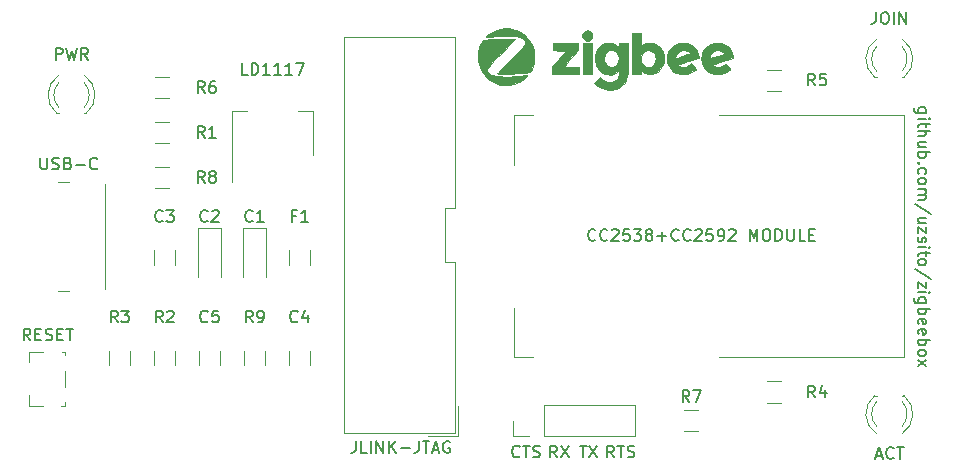
<source format=gbr>
G04 #@! TF.GenerationSoftware,KiCad,Pcbnew,5.1.5+dfsg1-2build2*
G04 #@! TF.CreationDate,2020-06-22T18:13:02+02:00*
G04 #@! TF.ProjectId,zigbeebox,7a696762-6565-4626-9f78-2e6b69636164,rev?*
G04 #@! TF.SameCoordinates,Original*
G04 #@! TF.FileFunction,Legend,Top*
G04 #@! TF.FilePolarity,Positive*
%FSLAX46Y46*%
G04 Gerber Fmt 4.6, Leading zero omitted, Abs format (unit mm)*
G04 Created by KiCad (PCBNEW 5.1.5+dfsg1-2build2) date 2020-06-22 18:13:02*
%MOMM*%
%LPD*%
G04 APERTURE LIST*
%ADD10C,0.150000*%
%ADD11C,0.120000*%
%ADD12C,0.010000*%
%ADD13C,0.100000*%
%ADD14O,1.829200X1.829200*%
%ADD15C,1.829200*%
%ADD16C,0.802000*%
%ADD17O,2.502000X1.002000*%
%ADD18O,1.802000X1.002000*%
%ADD19R,1.602000X2.102000*%
%ADD20R,3.902000X2.102000*%
%ADD21C,1.902000*%
%ADD22O,1.802000X1.802000*%
%ADD23C,1.802000*%
%ADD24R,0.802000X2.702000*%
%ADD25R,2.702000X0.802000*%
%ADD26C,5.802000*%
G04 APERTURE END LIST*
D10*
X158202285Y-60572369D02*
X157392761Y-60572369D01*
X157297523Y-60524750D01*
X157249904Y-60477130D01*
X157202285Y-60381892D01*
X157202285Y-60239035D01*
X157249904Y-60143797D01*
X157583238Y-60572369D02*
X157535619Y-60477130D01*
X157535619Y-60286654D01*
X157583238Y-60191416D01*
X157630857Y-60143797D01*
X157726095Y-60096178D01*
X158011809Y-60096178D01*
X158107047Y-60143797D01*
X158154666Y-60191416D01*
X158202285Y-60286654D01*
X158202285Y-60477130D01*
X158154666Y-60572369D01*
X157535619Y-61048559D02*
X158202285Y-61048559D01*
X158535619Y-61048559D02*
X158488000Y-61000940D01*
X158440380Y-61048559D01*
X158488000Y-61096178D01*
X158535619Y-61048559D01*
X158440380Y-61048559D01*
X158202285Y-61381892D02*
X158202285Y-61762845D01*
X158535619Y-61524750D02*
X157678476Y-61524750D01*
X157583238Y-61572369D01*
X157535619Y-61667607D01*
X157535619Y-61762845D01*
X157535619Y-62096178D02*
X158535619Y-62096178D01*
X157535619Y-62524750D02*
X158059428Y-62524750D01*
X158154666Y-62477130D01*
X158202285Y-62381892D01*
X158202285Y-62239035D01*
X158154666Y-62143797D01*
X158107047Y-62096178D01*
X158202285Y-63429511D02*
X157535619Y-63429511D01*
X158202285Y-63000940D02*
X157678476Y-63000940D01*
X157583238Y-63048559D01*
X157535619Y-63143797D01*
X157535619Y-63286654D01*
X157583238Y-63381892D01*
X157630857Y-63429511D01*
X157535619Y-63905702D02*
X158535619Y-63905702D01*
X158154666Y-63905702D02*
X158202285Y-64000940D01*
X158202285Y-64191416D01*
X158154666Y-64286654D01*
X158107047Y-64334273D01*
X158011809Y-64381892D01*
X157726095Y-64381892D01*
X157630857Y-64334273D01*
X157583238Y-64286654D01*
X157535619Y-64191416D01*
X157535619Y-64000940D01*
X157583238Y-63905702D01*
X157630857Y-64810464D02*
X157583238Y-64858083D01*
X157535619Y-64810464D01*
X157583238Y-64762845D01*
X157630857Y-64810464D01*
X157535619Y-64810464D01*
X157583238Y-65715226D02*
X157535619Y-65619988D01*
X157535619Y-65429511D01*
X157583238Y-65334273D01*
X157630857Y-65286654D01*
X157726095Y-65239035D01*
X158011809Y-65239035D01*
X158107047Y-65286654D01*
X158154666Y-65334273D01*
X158202285Y-65429511D01*
X158202285Y-65619988D01*
X158154666Y-65715226D01*
X157535619Y-66286654D02*
X157583238Y-66191416D01*
X157630857Y-66143797D01*
X157726095Y-66096178D01*
X158011809Y-66096178D01*
X158107047Y-66143797D01*
X158154666Y-66191416D01*
X158202285Y-66286654D01*
X158202285Y-66429511D01*
X158154666Y-66524750D01*
X158107047Y-66572369D01*
X158011809Y-66619988D01*
X157726095Y-66619988D01*
X157630857Y-66572369D01*
X157583238Y-66524750D01*
X157535619Y-66429511D01*
X157535619Y-66286654D01*
X157535619Y-67048559D02*
X158202285Y-67048559D01*
X158107047Y-67048559D02*
X158154666Y-67096178D01*
X158202285Y-67191416D01*
X158202285Y-67334273D01*
X158154666Y-67429511D01*
X158059428Y-67477130D01*
X157535619Y-67477130D01*
X158059428Y-67477130D02*
X158154666Y-67524750D01*
X158202285Y-67619988D01*
X158202285Y-67762845D01*
X158154666Y-67858083D01*
X158059428Y-67905702D01*
X157535619Y-67905702D01*
X158583238Y-69096178D02*
X157297523Y-68239035D01*
X158202285Y-69858083D02*
X157535619Y-69858083D01*
X158202285Y-69429511D02*
X157678476Y-69429511D01*
X157583238Y-69477130D01*
X157535619Y-69572369D01*
X157535619Y-69715226D01*
X157583238Y-69810464D01*
X157630857Y-69858083D01*
X158202285Y-70239035D02*
X158202285Y-70762845D01*
X157535619Y-70239035D01*
X157535619Y-70762845D01*
X157583238Y-71096178D02*
X157535619Y-71191416D01*
X157535619Y-71381892D01*
X157583238Y-71477130D01*
X157678476Y-71524750D01*
X157726095Y-71524750D01*
X157821333Y-71477130D01*
X157868952Y-71381892D01*
X157868952Y-71239035D01*
X157916571Y-71143797D01*
X158011809Y-71096178D01*
X158059428Y-71096178D01*
X158154666Y-71143797D01*
X158202285Y-71239035D01*
X158202285Y-71381892D01*
X158154666Y-71477130D01*
X157535619Y-71953321D02*
X158202285Y-71953321D01*
X158535619Y-71953321D02*
X158488000Y-71905702D01*
X158440380Y-71953321D01*
X158488000Y-72000940D01*
X158535619Y-71953321D01*
X158440380Y-71953321D01*
X158202285Y-72286654D02*
X158202285Y-72667607D01*
X158535619Y-72429511D02*
X157678476Y-72429511D01*
X157583238Y-72477130D01*
X157535619Y-72572369D01*
X157535619Y-72667607D01*
X157535619Y-73143797D02*
X157583238Y-73048559D01*
X157630857Y-73000940D01*
X157726095Y-72953321D01*
X158011809Y-72953321D01*
X158107047Y-73000940D01*
X158154666Y-73048559D01*
X158202285Y-73143797D01*
X158202285Y-73286654D01*
X158154666Y-73381892D01*
X158107047Y-73429511D01*
X158011809Y-73477130D01*
X157726095Y-73477130D01*
X157630857Y-73429511D01*
X157583238Y-73381892D01*
X157535619Y-73286654D01*
X157535619Y-73143797D01*
X158583238Y-74619988D02*
X157297523Y-73762845D01*
X158202285Y-74858083D02*
X158202285Y-75381892D01*
X157535619Y-74858083D01*
X157535619Y-75381892D01*
X157535619Y-75762845D02*
X158202285Y-75762845D01*
X158535619Y-75762845D02*
X158488000Y-75715226D01*
X158440380Y-75762845D01*
X158488000Y-75810464D01*
X158535619Y-75762845D01*
X158440380Y-75762845D01*
X158202285Y-76667607D02*
X157392761Y-76667607D01*
X157297523Y-76619988D01*
X157249904Y-76572369D01*
X157202285Y-76477130D01*
X157202285Y-76334273D01*
X157249904Y-76239035D01*
X157583238Y-76667607D02*
X157535619Y-76572369D01*
X157535619Y-76381892D01*
X157583238Y-76286654D01*
X157630857Y-76239035D01*
X157726095Y-76191416D01*
X158011809Y-76191416D01*
X158107047Y-76239035D01*
X158154666Y-76286654D01*
X158202285Y-76381892D01*
X158202285Y-76572369D01*
X158154666Y-76667607D01*
X157535619Y-77143797D02*
X158535619Y-77143797D01*
X158154666Y-77143797D02*
X158202285Y-77239035D01*
X158202285Y-77429511D01*
X158154666Y-77524750D01*
X158107047Y-77572369D01*
X158011809Y-77619988D01*
X157726095Y-77619988D01*
X157630857Y-77572369D01*
X157583238Y-77524750D01*
X157535619Y-77429511D01*
X157535619Y-77239035D01*
X157583238Y-77143797D01*
X157583238Y-78429511D02*
X157535619Y-78334273D01*
X157535619Y-78143797D01*
X157583238Y-78048559D01*
X157678476Y-78000940D01*
X158059428Y-78000940D01*
X158154666Y-78048559D01*
X158202285Y-78143797D01*
X158202285Y-78334273D01*
X158154666Y-78429511D01*
X158059428Y-78477130D01*
X157964190Y-78477130D01*
X157868952Y-78000940D01*
X157583238Y-79286654D02*
X157535619Y-79191416D01*
X157535619Y-79000940D01*
X157583238Y-78905702D01*
X157678476Y-78858083D01*
X158059428Y-78858083D01*
X158154666Y-78905702D01*
X158202285Y-79000940D01*
X158202285Y-79191416D01*
X158154666Y-79286654D01*
X158059428Y-79334273D01*
X157964190Y-79334273D01*
X157868952Y-78858083D01*
X157535619Y-79762845D02*
X158535619Y-79762845D01*
X158154666Y-79762845D02*
X158202285Y-79858083D01*
X158202285Y-80048559D01*
X158154666Y-80143797D01*
X158107047Y-80191416D01*
X158011809Y-80239035D01*
X157726095Y-80239035D01*
X157630857Y-80191416D01*
X157583238Y-80143797D01*
X157535619Y-80048559D01*
X157535619Y-79858083D01*
X157583238Y-79762845D01*
X157535619Y-80810464D02*
X157583238Y-80715226D01*
X157630857Y-80667607D01*
X157726095Y-80619988D01*
X158011809Y-80619988D01*
X158107047Y-80667607D01*
X158154666Y-80715226D01*
X158202285Y-80810464D01*
X158202285Y-80953321D01*
X158154666Y-81048559D01*
X158107047Y-81096178D01*
X158011809Y-81143797D01*
X157726095Y-81143797D01*
X157630857Y-81096178D01*
X157583238Y-81048559D01*
X157535619Y-80953321D01*
X157535619Y-80810464D01*
X157535619Y-81477130D02*
X158202285Y-82000940D01*
X158202285Y-81477130D02*
X157535619Y-82000940D01*
X131786380Y-89733380D02*
X131453047Y-89257190D01*
X131214952Y-89733380D02*
X131214952Y-88733380D01*
X131595904Y-88733380D01*
X131691142Y-88781000D01*
X131738761Y-88828619D01*
X131786380Y-88923857D01*
X131786380Y-89066714D01*
X131738761Y-89161952D01*
X131691142Y-89209571D01*
X131595904Y-89257190D01*
X131214952Y-89257190D01*
X132072095Y-88733380D02*
X132643523Y-88733380D01*
X132357809Y-89733380D02*
X132357809Y-88733380D01*
X132929238Y-89685761D02*
X133072095Y-89733380D01*
X133310190Y-89733380D01*
X133405428Y-89685761D01*
X133453047Y-89638142D01*
X133500666Y-89542904D01*
X133500666Y-89447666D01*
X133453047Y-89352428D01*
X133405428Y-89304809D01*
X133310190Y-89257190D01*
X133119714Y-89209571D01*
X133024476Y-89161952D01*
X132976857Y-89114333D01*
X132929238Y-89019095D01*
X132929238Y-88923857D01*
X132976857Y-88828619D01*
X133024476Y-88781000D01*
X133119714Y-88733380D01*
X133357809Y-88733380D01*
X133500666Y-88781000D01*
X128897415Y-88733380D02*
X129468843Y-88733380D01*
X129183129Y-89733380D02*
X129183129Y-88733380D01*
X129706939Y-88733380D02*
X130373605Y-89733380D01*
X130373605Y-88733380D02*
X129706939Y-89733380D01*
X126952653Y-89733380D02*
X126619320Y-89257190D01*
X126381224Y-89733380D02*
X126381224Y-88733380D01*
X126762177Y-88733380D01*
X126857415Y-88781000D01*
X126905034Y-88828619D01*
X126952653Y-88923857D01*
X126952653Y-89066714D01*
X126905034Y-89161952D01*
X126857415Y-89209571D01*
X126762177Y-89257190D01*
X126381224Y-89257190D01*
X127285986Y-88733380D02*
X127952653Y-89733380D01*
X127952653Y-88733380D02*
X127285986Y-89733380D01*
X123785380Y-89638142D02*
X123737761Y-89685761D01*
X123594904Y-89733380D01*
X123499666Y-89733380D01*
X123356809Y-89685761D01*
X123261571Y-89590523D01*
X123213952Y-89495285D01*
X123166333Y-89304809D01*
X123166333Y-89161952D01*
X123213952Y-88971476D01*
X123261571Y-88876238D01*
X123356809Y-88781000D01*
X123499666Y-88733380D01*
X123594904Y-88733380D01*
X123737761Y-88781000D01*
X123785380Y-88828619D01*
X124071095Y-88733380D02*
X124642523Y-88733380D01*
X124356809Y-89733380D02*
X124356809Y-88733380D01*
X124928238Y-89685761D02*
X125071095Y-89733380D01*
X125309190Y-89733380D01*
X125404428Y-89685761D01*
X125452047Y-89638142D01*
X125499666Y-89542904D01*
X125499666Y-89447666D01*
X125452047Y-89352428D01*
X125404428Y-89304809D01*
X125309190Y-89257190D01*
X125118714Y-89209571D01*
X125023476Y-89161952D01*
X124975857Y-89114333D01*
X124928238Y-89019095D01*
X124928238Y-88923857D01*
X124975857Y-88828619D01*
X125023476Y-88781000D01*
X125118714Y-88733380D01*
X125356809Y-88733380D01*
X125499666Y-88781000D01*
D11*
X118542000Y-87929750D02*
X116002000Y-87929750D01*
X118542000Y-87929750D02*
X118542000Y-85389750D01*
X118292000Y-87679750D02*
X108942000Y-87679750D01*
X118292000Y-54119750D02*
X118290600Y-68649750D01*
X108942000Y-54119750D02*
X118292000Y-54119750D01*
X108942000Y-87679750D02*
X108942000Y-54119750D01*
X117492000Y-68649750D02*
X118290600Y-68649750D01*
X117492000Y-73149750D02*
X118290600Y-73149750D01*
X118292000Y-87679750D02*
X118290600Y-73149750D01*
X117492000Y-73149750D02*
X117492000Y-68649750D01*
D12*
G36*
X129712689Y-53637858D02*
G01*
X129726872Y-53644989D01*
X129854637Y-53751346D01*
X129927721Y-53896073D01*
X129946124Y-54058277D01*
X129909846Y-54217067D01*
X129818887Y-54351549D01*
X129726872Y-54417900D01*
X129550932Y-54474159D01*
X129389222Y-54451473D01*
X129237005Y-54349086D01*
X129225524Y-54337858D01*
X129135593Y-54232593D01*
X129095825Y-54132506D01*
X129088444Y-54031445D01*
X129100858Y-53907941D01*
X129149688Y-53809986D01*
X129225524Y-53725032D01*
X129377205Y-53616467D01*
X129538014Y-53587662D01*
X129712689Y-53637858D01*
G37*
X129712689Y-53637858D02*
X129726872Y-53644989D01*
X129854637Y-53751346D01*
X129927721Y-53896073D01*
X129946124Y-54058277D01*
X129909846Y-54217067D01*
X129818887Y-54351549D01*
X129726872Y-54417900D01*
X129550932Y-54474159D01*
X129389222Y-54451473D01*
X129237005Y-54349086D01*
X129225524Y-54337858D01*
X129135593Y-54232593D01*
X129095825Y-54132506D01*
X129088444Y-54031445D01*
X129100858Y-53907941D01*
X129149688Y-53809986D01*
X129225524Y-53725032D01*
X129377205Y-53616467D01*
X129538014Y-53587662D01*
X129712689Y-53637858D01*
G36*
X122764841Y-53399594D02*
G01*
X122927184Y-53419827D01*
X123041469Y-53438384D01*
X123406354Y-53522895D01*
X123724199Y-53650470D01*
X124016060Y-53832187D01*
X124302994Y-54079127D01*
X124352871Y-54128465D01*
X124600927Y-54406595D01*
X124785012Y-54683916D01*
X124918206Y-54983402D01*
X124999117Y-55263732D01*
X125045348Y-55572363D01*
X125050010Y-55904941D01*
X125016077Y-56240100D01*
X124946524Y-56556477D01*
X124844323Y-56832705D01*
X124759687Y-56983757D01*
X124711984Y-57047481D01*
X124659154Y-57090174D01*
X124581675Y-57119757D01*
X124460022Y-57144152D01*
X124309499Y-57166417D01*
X124158523Y-57183194D01*
X123960015Y-57198755D01*
X123725594Y-57212816D01*
X123466877Y-57225093D01*
X123195484Y-57235304D01*
X122923031Y-57243164D01*
X122661138Y-57248390D01*
X122421422Y-57250698D01*
X122215503Y-57249807D01*
X122054997Y-57245431D01*
X121951524Y-57237287D01*
X121916702Y-57225093D01*
X121916793Y-57224785D01*
X121947394Y-57187543D01*
X122028520Y-57098954D01*
X122154234Y-56965238D01*
X122318599Y-56792615D01*
X122515677Y-56587306D01*
X122739532Y-56355532D01*
X122984227Y-56103512D01*
X123116174Y-55968124D01*
X123405773Y-55671053D01*
X123643771Y-55425853D01*
X123835076Y-55226868D01*
X123984591Y-55068444D01*
X124097223Y-54944926D01*
X124177878Y-54850660D01*
X124231460Y-54779991D01*
X124262876Y-54727263D01*
X124277031Y-54686822D01*
X124278830Y-54653014D01*
X124275631Y-54631583D01*
X124218544Y-54462283D01*
X124117508Y-54327719D01*
X123965046Y-54223808D01*
X123753677Y-54146466D01*
X123475923Y-54091610D01*
X123236695Y-54064286D01*
X123011218Y-54051677D01*
X122727669Y-54047410D01*
X122407466Y-54050742D01*
X122072026Y-54060925D01*
X121742768Y-54077216D01*
X121441108Y-54098867D01*
X121188464Y-54125134D01*
X121092246Y-54138942D01*
X120997673Y-54146013D01*
X120948364Y-54133488D01*
X120946251Y-54127434D01*
X120980912Y-54073955D01*
X121070599Y-53992826D01*
X121199729Y-53895337D01*
X121352720Y-53792779D01*
X121513987Y-53696441D01*
X121614853Y-53643010D01*
X121901233Y-53526635D01*
X122227199Y-53447170D01*
X122284055Y-53437406D01*
X122477565Y-53408428D01*
X122626398Y-53395809D01*
X122764841Y-53399594D01*
G37*
X122764841Y-53399594D02*
X122927184Y-53419827D01*
X123041469Y-53438384D01*
X123406354Y-53522895D01*
X123724199Y-53650470D01*
X124016060Y-53832187D01*
X124302994Y-54079127D01*
X124352871Y-54128465D01*
X124600927Y-54406595D01*
X124785012Y-54683916D01*
X124918206Y-54983402D01*
X124999117Y-55263732D01*
X125045348Y-55572363D01*
X125050010Y-55904941D01*
X125016077Y-56240100D01*
X124946524Y-56556477D01*
X124844323Y-56832705D01*
X124759687Y-56983757D01*
X124711984Y-57047481D01*
X124659154Y-57090174D01*
X124581675Y-57119757D01*
X124460022Y-57144152D01*
X124309499Y-57166417D01*
X124158523Y-57183194D01*
X123960015Y-57198755D01*
X123725594Y-57212816D01*
X123466877Y-57225093D01*
X123195484Y-57235304D01*
X122923031Y-57243164D01*
X122661138Y-57248390D01*
X122421422Y-57250698D01*
X122215503Y-57249807D01*
X122054997Y-57245431D01*
X121951524Y-57237287D01*
X121916702Y-57225093D01*
X121916793Y-57224785D01*
X121947394Y-57187543D01*
X122028520Y-57098954D01*
X122154234Y-56965238D01*
X122318599Y-56792615D01*
X122515677Y-56587306D01*
X122739532Y-56355532D01*
X122984227Y-56103512D01*
X123116174Y-55968124D01*
X123405773Y-55671053D01*
X123643771Y-55425853D01*
X123835076Y-55226868D01*
X123984591Y-55068444D01*
X124097223Y-54944926D01*
X124177878Y-54850660D01*
X124231460Y-54779991D01*
X124262876Y-54727263D01*
X124277031Y-54686822D01*
X124278830Y-54653014D01*
X124275631Y-54631583D01*
X124218544Y-54462283D01*
X124117508Y-54327719D01*
X123965046Y-54223808D01*
X123753677Y-54146466D01*
X123475923Y-54091610D01*
X123236695Y-54064286D01*
X123011218Y-54051677D01*
X122727669Y-54047410D01*
X122407466Y-54050742D01*
X122072026Y-54060925D01*
X121742768Y-54077216D01*
X121441108Y-54098867D01*
X121188464Y-54125134D01*
X121092246Y-54138942D01*
X120997673Y-54146013D01*
X120948364Y-54133488D01*
X120946251Y-54127434D01*
X120980912Y-54073955D01*
X121070599Y-53992826D01*
X121199729Y-53895337D01*
X121352720Y-53792779D01*
X121513987Y-53696441D01*
X121614853Y-53643010D01*
X121901233Y-53526635D01*
X122227199Y-53447170D01*
X122284055Y-53437406D01*
X122477565Y-53408428D01*
X122626398Y-53395809D01*
X122764841Y-53399594D01*
G36*
X129894794Y-57297159D02*
G01*
X129128762Y-57297159D01*
X129128762Y-54676524D01*
X129894794Y-54676524D01*
X129894794Y-57297159D01*
G37*
X129894794Y-57297159D02*
X129128762Y-57297159D01*
X129128762Y-54676524D01*
X129894794Y-54676524D01*
X129894794Y-57297159D01*
G36*
X128765905Y-55247365D02*
G01*
X128161143Y-55927684D01*
X127987276Y-56124206D01*
X127832955Y-56300425D01*
X127705774Y-56447520D01*
X127613325Y-56556674D01*
X127563201Y-56619068D01*
X127556381Y-56630041D01*
X127594448Y-56637482D01*
X127699654Y-56643850D01*
X127858506Y-56648684D01*
X128057508Y-56651523D01*
X128201460Y-56652080D01*
X128846540Y-56652080D01*
X128846540Y-57297159D01*
X126548444Y-57297159D01*
X126548444Y-56665047D01*
X127148165Y-55983246D01*
X127747885Y-55301445D01*
X127188482Y-55290259D01*
X126629079Y-55279072D01*
X126629079Y-54676524D01*
X128765905Y-54676524D01*
X128765905Y-55247365D01*
G37*
X128765905Y-55247365D02*
X128161143Y-55927684D01*
X127987276Y-56124206D01*
X127832955Y-56300425D01*
X127705774Y-56447520D01*
X127613325Y-56556674D01*
X127563201Y-56619068D01*
X127556381Y-56630041D01*
X127594448Y-56637482D01*
X127699654Y-56643850D01*
X127858506Y-56648684D01*
X128057508Y-56651523D01*
X128201460Y-56652080D01*
X128846540Y-56652080D01*
X128846540Y-57297159D01*
X126548444Y-57297159D01*
X126548444Y-56665047D01*
X127148165Y-55983246D01*
X127747885Y-55301445D01*
X127188482Y-55290259D01*
X126629079Y-55279072D01*
X126629079Y-54676524D01*
X128765905Y-54676524D01*
X128765905Y-55247365D01*
G36*
X140843767Y-54641778D02*
G01*
X141128688Y-54735145D01*
X141388395Y-54893583D01*
X141499517Y-54992358D01*
X141667146Y-55207031D01*
X141791357Y-55461041D01*
X141855651Y-55719514D01*
X141877601Y-55906207D01*
X140985568Y-56186066D01*
X140733397Y-56266953D01*
X140509978Y-56342022D01*
X140325845Y-56407451D01*
X140191536Y-56459418D01*
X140117584Y-56494099D01*
X140106551Y-56504972D01*
X140147505Y-56548018D01*
X140232825Y-56605966D01*
X140258529Y-56620689D01*
X140449450Y-56681799D01*
X140667160Y-56676256D01*
X140895763Y-56605816D01*
X141027413Y-56535710D01*
X141236734Y-56405590D01*
X141431954Y-56597875D01*
X141530646Y-56701771D01*
X141600842Y-56788434D01*
X141627174Y-56838584D01*
X141593515Y-56896547D01*
X141504791Y-56975157D01*
X141379388Y-57061782D01*
X141235688Y-57143790D01*
X141092075Y-57208549D01*
X141084818Y-57211258D01*
X140748657Y-57295569D01*
X140398619Y-57303361D01*
X140309006Y-57293725D01*
X140010093Y-57215195D01*
X139735134Y-57067052D01*
X139498499Y-56859747D01*
X139314557Y-56603730D01*
X139286649Y-56550235D01*
X139239315Y-56442659D01*
X139209856Y-56337786D01*
X139194314Y-56211293D01*
X139188729Y-56038856D01*
X139188402Y-55946524D01*
X139190265Y-55805840D01*
X139893061Y-55805840D01*
X139902790Y-55886252D01*
X139945176Y-55918614D01*
X139964079Y-55916082D01*
X140026636Y-55897293D01*
X140150128Y-55859175D01*
X140318601Y-55806684D01*
X140516100Y-55744781D01*
X140588832Y-55721903D01*
X141143029Y-55547411D01*
X141035753Y-55435439D01*
X140870461Y-55316844D01*
X140674910Y-55260113D01*
X140467438Y-55262769D01*
X140266386Y-55322334D01*
X140090093Y-55436328D01*
X139970156Y-55579443D01*
X139915635Y-55697022D01*
X139893061Y-55805840D01*
X139190265Y-55805840D01*
X139190983Y-55751695D01*
X139201078Y-55613331D01*
X139222964Y-55507325D01*
X139260918Y-55409571D01*
X139296143Y-55339204D01*
X139473076Y-55082966D01*
X139698872Y-54880136D01*
X139961185Y-54732659D01*
X140247670Y-54642478D01*
X140545979Y-54611536D01*
X140843767Y-54641778D01*
G37*
X140843767Y-54641778D02*
X141128688Y-54735145D01*
X141388395Y-54893583D01*
X141499517Y-54992358D01*
X141667146Y-55207031D01*
X141791357Y-55461041D01*
X141855651Y-55719514D01*
X141877601Y-55906207D01*
X140985568Y-56186066D01*
X140733397Y-56266953D01*
X140509978Y-56342022D01*
X140325845Y-56407451D01*
X140191536Y-56459418D01*
X140117584Y-56494099D01*
X140106551Y-56504972D01*
X140147505Y-56548018D01*
X140232825Y-56605966D01*
X140258529Y-56620689D01*
X140449450Y-56681799D01*
X140667160Y-56676256D01*
X140895763Y-56605816D01*
X141027413Y-56535710D01*
X141236734Y-56405590D01*
X141431954Y-56597875D01*
X141530646Y-56701771D01*
X141600842Y-56788434D01*
X141627174Y-56838584D01*
X141593515Y-56896547D01*
X141504791Y-56975157D01*
X141379388Y-57061782D01*
X141235688Y-57143790D01*
X141092075Y-57208549D01*
X141084818Y-57211258D01*
X140748657Y-57295569D01*
X140398619Y-57303361D01*
X140309006Y-57293725D01*
X140010093Y-57215195D01*
X139735134Y-57067052D01*
X139498499Y-56859747D01*
X139314557Y-56603730D01*
X139286649Y-56550235D01*
X139239315Y-56442659D01*
X139209856Y-56337786D01*
X139194314Y-56211293D01*
X139188729Y-56038856D01*
X139188402Y-55946524D01*
X139190265Y-55805840D01*
X139893061Y-55805840D01*
X139902790Y-55886252D01*
X139945176Y-55918614D01*
X139964079Y-55916082D01*
X140026636Y-55897293D01*
X140150128Y-55859175D01*
X140318601Y-55806684D01*
X140516100Y-55744781D01*
X140588832Y-55721903D01*
X141143029Y-55547411D01*
X141035753Y-55435439D01*
X140870461Y-55316844D01*
X140674910Y-55260113D01*
X140467438Y-55262769D01*
X140266386Y-55322334D01*
X140090093Y-55436328D01*
X139970156Y-55579443D01*
X139915635Y-55697022D01*
X139893061Y-55805840D01*
X139190265Y-55805840D01*
X139190983Y-55751695D01*
X139201078Y-55613331D01*
X139222964Y-55507325D01*
X139260918Y-55409571D01*
X139296143Y-55339204D01*
X139473076Y-55082966D01*
X139698872Y-54880136D01*
X139961185Y-54732659D01*
X140247670Y-54642478D01*
X140545979Y-54611536D01*
X140843767Y-54641778D01*
G36*
X137924645Y-54644747D02*
G01*
X138212875Y-54739609D01*
X138465989Y-54895861D01*
X138500004Y-54924592D01*
X138621409Y-55046078D01*
X138731672Y-55180607D01*
X138780913Y-55255035D01*
X138842863Y-55384858D01*
X138895991Y-55533929D01*
X138934729Y-55680282D01*
X138953506Y-55801953D01*
X138946753Y-55876977D01*
X138940787Y-55885531D01*
X138893592Y-55907049D01*
X138781048Y-55948696D01*
X138614747Y-56006481D01*
X138406284Y-56076411D01*
X138167250Y-56154492D01*
X138059079Y-56189219D01*
X137812101Y-56268513D01*
X137592072Y-56339948D01*
X137410229Y-56399810D01*
X137277811Y-56444385D01*
X137206056Y-56469959D01*
X137196588Y-56474244D01*
X137199996Y-56515024D01*
X137258575Y-56570417D01*
X137352561Y-56625261D01*
X137434929Y-56657074D01*
X137664854Y-56685420D01*
X137898746Y-56640048D01*
X138118378Y-56524760D01*
X138137636Y-56510464D01*
X138316618Y-56373844D01*
X138520468Y-56609151D01*
X138617119Y-56723106D01*
X138688987Y-56812392D01*
X138723145Y-56860829D01*
X138724317Y-56864311D01*
X138693740Y-56895556D01*
X138613936Y-56957529D01*
X138512651Y-57029520D01*
X138211016Y-57196660D01*
X137897433Y-57288265D01*
X137559589Y-57307179D01*
X137381219Y-57290740D01*
X137078843Y-57211819D01*
X136812180Y-57067602D01*
X136588402Y-56868210D01*
X136414681Y-56623761D01*
X136298191Y-56344377D01*
X136246104Y-56040176D01*
X136254835Y-55897294D01*
X136954721Y-55897294D01*
X136983891Y-55924934D01*
X137000698Y-55926366D01*
X137055192Y-55914217D01*
X137171149Y-55880799D01*
X137333637Y-55830649D01*
X137527728Y-55768308D01*
X137615539Y-55739428D01*
X137815234Y-55672755D01*
X137986090Y-55614681D01*
X138114240Y-55570001D01*
X138185819Y-55543507D01*
X138195856Y-55538815D01*
X138189820Y-55499129D01*
X138130068Y-55436128D01*
X138033618Y-55365210D01*
X137952510Y-55318657D01*
X137745608Y-55250927D01*
X137535296Y-55260778D01*
X137373682Y-55316795D01*
X137206947Y-55414430D01*
X137091295Y-55541108D01*
X137012363Y-55694721D01*
X136964000Y-55824771D01*
X136954721Y-55897294D01*
X136254835Y-55897294D01*
X136265592Y-55721277D01*
X136266249Y-55717626D01*
X136348805Y-55418306D01*
X136482698Y-55171442D01*
X136676315Y-54966273D01*
X136938046Y-54792041D01*
X137021392Y-54748949D01*
X137311690Y-54647372D01*
X137618512Y-54613319D01*
X137924645Y-54644747D01*
G37*
X137924645Y-54644747D02*
X138212875Y-54739609D01*
X138465989Y-54895861D01*
X138500004Y-54924592D01*
X138621409Y-55046078D01*
X138731672Y-55180607D01*
X138780913Y-55255035D01*
X138842863Y-55384858D01*
X138895991Y-55533929D01*
X138934729Y-55680282D01*
X138953506Y-55801953D01*
X138946753Y-55876977D01*
X138940787Y-55885531D01*
X138893592Y-55907049D01*
X138781048Y-55948696D01*
X138614747Y-56006481D01*
X138406284Y-56076411D01*
X138167250Y-56154492D01*
X138059079Y-56189219D01*
X137812101Y-56268513D01*
X137592072Y-56339948D01*
X137410229Y-56399810D01*
X137277811Y-56444385D01*
X137206056Y-56469959D01*
X137196588Y-56474244D01*
X137199996Y-56515024D01*
X137258575Y-56570417D01*
X137352561Y-56625261D01*
X137434929Y-56657074D01*
X137664854Y-56685420D01*
X137898746Y-56640048D01*
X138118378Y-56524760D01*
X138137636Y-56510464D01*
X138316618Y-56373844D01*
X138520468Y-56609151D01*
X138617119Y-56723106D01*
X138688987Y-56812392D01*
X138723145Y-56860829D01*
X138724317Y-56864311D01*
X138693740Y-56895556D01*
X138613936Y-56957529D01*
X138512651Y-57029520D01*
X138211016Y-57196660D01*
X137897433Y-57288265D01*
X137559589Y-57307179D01*
X137381219Y-57290740D01*
X137078843Y-57211819D01*
X136812180Y-57067602D01*
X136588402Y-56868210D01*
X136414681Y-56623761D01*
X136298191Y-56344377D01*
X136246104Y-56040176D01*
X136254835Y-55897294D01*
X136954721Y-55897294D01*
X136983891Y-55924934D01*
X137000698Y-55926366D01*
X137055192Y-55914217D01*
X137171149Y-55880799D01*
X137333637Y-55830649D01*
X137527728Y-55768308D01*
X137615539Y-55739428D01*
X137815234Y-55672755D01*
X137986090Y-55614681D01*
X138114240Y-55570001D01*
X138185819Y-55543507D01*
X138195856Y-55538815D01*
X138189820Y-55499129D01*
X138130068Y-55436128D01*
X138033618Y-55365210D01*
X137952510Y-55318657D01*
X137745608Y-55250927D01*
X137535296Y-55260778D01*
X137373682Y-55316795D01*
X137206947Y-55414430D01*
X137091295Y-55541108D01*
X137012363Y-55694721D01*
X136964000Y-55824771D01*
X136954721Y-55897294D01*
X136254835Y-55897294D01*
X136265592Y-55721277D01*
X136266249Y-55717626D01*
X136348805Y-55418306D01*
X136482698Y-55171442D01*
X136676315Y-54966273D01*
X136938046Y-54792041D01*
X137021392Y-54748949D01*
X137311690Y-54647372D01*
X137618512Y-54613319D01*
X137924645Y-54644747D01*
G36*
X134087809Y-54878801D02*
G01*
X134318611Y-54748544D01*
X134460610Y-54675358D01*
X134581699Y-54635886D01*
X134720450Y-54620372D01*
X134832659Y-54618504D01*
X135098054Y-54643141D01*
X135326353Y-54722539D01*
X135536708Y-54865597D01*
X135692290Y-55017907D01*
X135851429Y-55223528D01*
X135954582Y-55439343D01*
X136007858Y-55684719D01*
X136017364Y-55979025D01*
X136014807Y-56040493D01*
X135998498Y-56244886D01*
X135969313Y-56399638D01*
X135920301Y-56535523D01*
X135887698Y-56603068D01*
X135713553Y-56868752D01*
X135497853Y-57077150D01*
X135250558Y-57222569D01*
X134981629Y-57299316D01*
X134701028Y-57301700D01*
X134672413Y-57297583D01*
X134418921Y-57219323D01*
X134198920Y-57075735D01*
X134178524Y-57057105D01*
X134087809Y-56971478D01*
X134087809Y-57300185D01*
X133714873Y-57288593D01*
X133341936Y-57277000D01*
X133334419Y-56029342D01*
X134058418Y-56029342D01*
X134104802Y-56232364D01*
X134198866Y-56411389D01*
X134333232Y-56553589D01*
X134500520Y-56646140D01*
X134693351Y-56676213D01*
X134753047Y-56671410D01*
X134886108Y-56638362D01*
X135002034Y-56585440D01*
X135015111Y-56576612D01*
X135156720Y-56427049D01*
X135251823Y-56229917D01*
X135296280Y-56006259D01*
X135285951Y-55777116D01*
X135216697Y-55563527D01*
X135215072Y-55560321D01*
X135089837Y-55390781D01*
X134929018Y-55283566D01*
X134747475Y-55238092D01*
X134560067Y-55253776D01*
X134381653Y-55330034D01*
X134227094Y-55466282D01*
X134138206Y-55602615D01*
X134067093Y-55815150D01*
X134058418Y-56029342D01*
X133334419Y-56029342D01*
X133331429Y-55533270D01*
X133320921Y-53789540D01*
X134087809Y-53789540D01*
X134087809Y-54878801D01*
G37*
X134087809Y-54878801D02*
X134318611Y-54748544D01*
X134460610Y-54675358D01*
X134581699Y-54635886D01*
X134720450Y-54620372D01*
X134832659Y-54618504D01*
X135098054Y-54643141D01*
X135326353Y-54722539D01*
X135536708Y-54865597D01*
X135692290Y-55017907D01*
X135851429Y-55223528D01*
X135954582Y-55439343D01*
X136007858Y-55684719D01*
X136017364Y-55979025D01*
X136014807Y-56040493D01*
X135998498Y-56244886D01*
X135969313Y-56399638D01*
X135920301Y-56535523D01*
X135887698Y-56603068D01*
X135713553Y-56868752D01*
X135497853Y-57077150D01*
X135250558Y-57222569D01*
X134981629Y-57299316D01*
X134701028Y-57301700D01*
X134672413Y-57297583D01*
X134418921Y-57219323D01*
X134198920Y-57075735D01*
X134178524Y-57057105D01*
X134087809Y-56971478D01*
X134087809Y-57300185D01*
X133714873Y-57288593D01*
X133341936Y-57277000D01*
X133334419Y-56029342D01*
X134058418Y-56029342D01*
X134104802Y-56232364D01*
X134198866Y-56411389D01*
X134333232Y-56553589D01*
X134500520Y-56646140D01*
X134693351Y-56676213D01*
X134753047Y-56671410D01*
X134886108Y-56638362D01*
X135002034Y-56585440D01*
X135015111Y-56576612D01*
X135156720Y-56427049D01*
X135251823Y-56229917D01*
X135296280Y-56006259D01*
X135285951Y-55777116D01*
X135216697Y-55563527D01*
X135215072Y-55560321D01*
X135089837Y-55390781D01*
X134929018Y-55283566D01*
X134747475Y-55238092D01*
X134560067Y-55253776D01*
X134381653Y-55330034D01*
X134227094Y-55466282D01*
X134138206Y-55602615D01*
X134067093Y-55815150D01*
X134058418Y-56029342D01*
X133334419Y-56029342D01*
X133331429Y-55533270D01*
X133320921Y-53789540D01*
X134087809Y-53789540D01*
X134087809Y-54878801D01*
G36*
X123043099Y-54275785D02*
G01*
X123216687Y-54279529D01*
X123340055Y-54285896D01*
X123400024Y-54294995D01*
X123403682Y-54298317D01*
X123376439Y-54331565D01*
X123298587Y-54416328D01*
X123175945Y-54546517D01*
X123014328Y-54716046D01*
X122819556Y-54918825D01*
X122597446Y-55148767D01*
X122353814Y-55399783D01*
X122214317Y-55543012D01*
X121906461Y-55859841D01*
X121651997Y-56124365D01*
X121446974Y-56340965D01*
X121287442Y-56514028D01*
X121169449Y-56647936D01*
X121089045Y-56747073D01*
X121042279Y-56815823D01*
X121025199Y-56858571D01*
X121024952Y-56862717D01*
X121060745Y-57003049D01*
X121157250Y-57146590D01*
X121298158Y-57272684D01*
X121393492Y-57329528D01*
X121573349Y-57392381D01*
X121822903Y-57439895D01*
X122132632Y-57471766D01*
X122493011Y-57487688D01*
X122894518Y-57487358D01*
X123327629Y-57470472D01*
X123782820Y-57436724D01*
X124016542Y-57413343D01*
X124188352Y-57397574D01*
X124329182Y-57390123D01*
X124420522Y-57391664D01*
X124444567Y-57397784D01*
X124435901Y-57440843D01*
X124370861Y-57514565D01*
X124262553Y-57608698D01*
X124124088Y-57712991D01*
X123968572Y-57817193D01*
X123809115Y-57911051D01*
X123746381Y-57943794D01*
X123330168Y-58112593D01*
X122915053Y-58201494D01*
X122496895Y-58211066D01*
X122156745Y-58161848D01*
X121752066Y-58034790D01*
X121374645Y-57838948D01*
X121037280Y-57582948D01*
X120752769Y-57275417D01*
X120669553Y-57159460D01*
X120514268Y-56907529D01*
X120404344Y-56674944D01*
X120333194Y-56438427D01*
X120294232Y-56174706D01*
X120280873Y-55860505D01*
X120280706Y-55785254D01*
X120283046Y-55559236D01*
X120290346Y-55392687D01*
X120305467Y-55264469D01*
X120331272Y-55153444D01*
X120370624Y-55038473D01*
X120387851Y-54994089D01*
X120458365Y-54830040D01*
X120536163Y-54670636D01*
X120595256Y-54565651D01*
X120632293Y-54507560D01*
X120667611Y-54463410D01*
X120712690Y-54430106D01*
X120779007Y-54404551D01*
X120878044Y-54383650D01*
X121021279Y-54364306D01*
X121220192Y-54343424D01*
X121486261Y-54317908D01*
X121528921Y-54313847D01*
X121685016Y-54302288D01*
X121883150Y-54292587D01*
X122110141Y-54284854D01*
X122352812Y-54279198D01*
X122597982Y-54275729D01*
X122832470Y-54274554D01*
X123043099Y-54275785D01*
G37*
X123043099Y-54275785D02*
X123216687Y-54279529D01*
X123340055Y-54285896D01*
X123400024Y-54294995D01*
X123403682Y-54298317D01*
X123376439Y-54331565D01*
X123298587Y-54416328D01*
X123175945Y-54546517D01*
X123014328Y-54716046D01*
X122819556Y-54918825D01*
X122597446Y-55148767D01*
X122353814Y-55399783D01*
X122214317Y-55543012D01*
X121906461Y-55859841D01*
X121651997Y-56124365D01*
X121446974Y-56340965D01*
X121287442Y-56514028D01*
X121169449Y-56647936D01*
X121089045Y-56747073D01*
X121042279Y-56815823D01*
X121025199Y-56858571D01*
X121024952Y-56862717D01*
X121060745Y-57003049D01*
X121157250Y-57146590D01*
X121298158Y-57272684D01*
X121393492Y-57329528D01*
X121573349Y-57392381D01*
X121822903Y-57439895D01*
X122132632Y-57471766D01*
X122493011Y-57487688D01*
X122894518Y-57487358D01*
X123327629Y-57470472D01*
X123782820Y-57436724D01*
X124016542Y-57413343D01*
X124188352Y-57397574D01*
X124329182Y-57390123D01*
X124420522Y-57391664D01*
X124444567Y-57397784D01*
X124435901Y-57440843D01*
X124370861Y-57514565D01*
X124262553Y-57608698D01*
X124124088Y-57712991D01*
X123968572Y-57817193D01*
X123809115Y-57911051D01*
X123746381Y-57943794D01*
X123330168Y-58112593D01*
X122915053Y-58201494D01*
X122496895Y-58211066D01*
X122156745Y-58161848D01*
X121752066Y-58034790D01*
X121374645Y-57838948D01*
X121037280Y-57582948D01*
X120752769Y-57275417D01*
X120669553Y-57159460D01*
X120514268Y-56907529D01*
X120404344Y-56674944D01*
X120333194Y-56438427D01*
X120294232Y-56174706D01*
X120280873Y-55860505D01*
X120280706Y-55785254D01*
X120283046Y-55559236D01*
X120290346Y-55392687D01*
X120305467Y-55264469D01*
X120331272Y-55153444D01*
X120370624Y-55038473D01*
X120387851Y-54994089D01*
X120458365Y-54830040D01*
X120536163Y-54670636D01*
X120595256Y-54565651D01*
X120632293Y-54507560D01*
X120667611Y-54463410D01*
X120712690Y-54430106D01*
X120779007Y-54404551D01*
X120878044Y-54383650D01*
X121021279Y-54364306D01*
X121220192Y-54343424D01*
X121486261Y-54317908D01*
X121528921Y-54313847D01*
X121685016Y-54302288D01*
X121883150Y-54292587D01*
X122110141Y-54284854D01*
X122352812Y-54279198D01*
X122597982Y-54275729D01*
X122832470Y-54274554D01*
X123043099Y-54275785D01*
G36*
X131593227Y-54636914D02*
G01*
X131783044Y-54691673D01*
X131954391Y-54796974D01*
X132061857Y-54890534D01*
X132192889Y-55014882D01*
X132192889Y-54676524D01*
X132958921Y-54676524D01*
X132958616Y-55875969D01*
X132957112Y-56193796D01*
X132953013Y-56498314D01*
X132946696Y-56776530D01*
X132938540Y-57015453D01*
X132928920Y-57202089D01*
X132918215Y-57323447D01*
X132916182Y-57337477D01*
X132825182Y-57692996D01*
X132676568Y-57995056D01*
X132473046Y-58240714D01*
X132217320Y-58427027D01*
X131912095Y-58551053D01*
X131770609Y-58583711D01*
X131592772Y-58612419D01*
X131449386Y-58621614D01*
X131306016Y-58610445D01*
X131128231Y-58578060D01*
X131074126Y-58566496D01*
X130749922Y-58460690D01*
X130441756Y-58294276D01*
X130269579Y-58164387D01*
X130123992Y-58038537D01*
X130364231Y-57782946D01*
X130604469Y-57527354D01*
X130796522Y-57673951D01*
X131049072Y-57828622D01*
X131298132Y-57910926D01*
X131534910Y-57923912D01*
X131750615Y-57870627D01*
X131936457Y-57754121D01*
X132083642Y-57577442D01*
X132183381Y-57343640D01*
X132216217Y-57181619D01*
X132244833Y-56965285D01*
X132036904Y-57108314D01*
X131767428Y-57248835D01*
X131485720Y-57315701D01*
X131203584Y-57312225D01*
X130932824Y-57241723D01*
X130685243Y-57107507D01*
X130472647Y-56912892D01*
X130306838Y-56661191D01*
X130285823Y-56616697D01*
X130226358Y-56425131D01*
X130190462Y-56185400D01*
X130182947Y-56009782D01*
X130950684Y-56009782D01*
X130969035Y-56178373D01*
X130980619Y-56220425D01*
X131080943Y-56425058D01*
X131224452Y-56578275D01*
X131322644Y-56637286D01*
X131483533Y-56675734D01*
X131667590Y-56669603D01*
X131836803Y-56622398D01*
X131905193Y-56583597D01*
X132051270Y-56429386D01*
X132146670Y-56223956D01*
X132184787Y-55983615D01*
X132183508Y-55896562D01*
X132138025Y-55664692D01*
X132039232Y-55479111D01*
X131899613Y-55343925D01*
X131731655Y-55263240D01*
X131547844Y-55241163D01*
X131360665Y-55281801D01*
X131182605Y-55389261D01*
X131055510Y-55525563D01*
X130997379Y-55651288D01*
X130961285Y-55823391D01*
X130950684Y-56009782D01*
X130182947Y-56009782D01*
X130179397Y-55926830D01*
X130194428Y-55678746D01*
X130236463Y-55471604D01*
X130362427Y-55191554D01*
X130546021Y-54954054D01*
X130775680Y-54773249D01*
X130833562Y-54741292D01*
X130983338Y-54673242D01*
X131119241Y-54636834D01*
X131280746Y-54623054D01*
X131356539Y-54621878D01*
X131593227Y-54636914D01*
G37*
X131593227Y-54636914D02*
X131783044Y-54691673D01*
X131954391Y-54796974D01*
X132061857Y-54890534D01*
X132192889Y-55014882D01*
X132192889Y-54676524D01*
X132958921Y-54676524D01*
X132958616Y-55875969D01*
X132957112Y-56193796D01*
X132953013Y-56498314D01*
X132946696Y-56776530D01*
X132938540Y-57015453D01*
X132928920Y-57202089D01*
X132918215Y-57323447D01*
X132916182Y-57337477D01*
X132825182Y-57692996D01*
X132676568Y-57995056D01*
X132473046Y-58240714D01*
X132217320Y-58427027D01*
X131912095Y-58551053D01*
X131770609Y-58583711D01*
X131592772Y-58612419D01*
X131449386Y-58621614D01*
X131306016Y-58610445D01*
X131128231Y-58578060D01*
X131074126Y-58566496D01*
X130749922Y-58460690D01*
X130441756Y-58294276D01*
X130269579Y-58164387D01*
X130123992Y-58038537D01*
X130364231Y-57782946D01*
X130604469Y-57527354D01*
X130796522Y-57673951D01*
X131049072Y-57828622D01*
X131298132Y-57910926D01*
X131534910Y-57923912D01*
X131750615Y-57870627D01*
X131936457Y-57754121D01*
X132083642Y-57577442D01*
X132183381Y-57343640D01*
X132216217Y-57181619D01*
X132244833Y-56965285D01*
X132036904Y-57108314D01*
X131767428Y-57248835D01*
X131485720Y-57315701D01*
X131203584Y-57312225D01*
X130932824Y-57241723D01*
X130685243Y-57107507D01*
X130472647Y-56912892D01*
X130306838Y-56661191D01*
X130285823Y-56616697D01*
X130226358Y-56425131D01*
X130190462Y-56185400D01*
X130182947Y-56009782D01*
X130950684Y-56009782D01*
X130969035Y-56178373D01*
X130980619Y-56220425D01*
X131080943Y-56425058D01*
X131224452Y-56578275D01*
X131322644Y-56637286D01*
X131483533Y-56675734D01*
X131667590Y-56669603D01*
X131836803Y-56622398D01*
X131905193Y-56583597D01*
X132051270Y-56429386D01*
X132146670Y-56223956D01*
X132184787Y-55983615D01*
X132183508Y-55896562D01*
X132138025Y-55664692D01*
X132039232Y-55479111D01*
X131899613Y-55343925D01*
X131731655Y-55263240D01*
X131547844Y-55241163D01*
X131360665Y-55281801D01*
X131182605Y-55389261D01*
X131055510Y-55525563D01*
X130997379Y-55651288D01*
X130961285Y-55823391D01*
X130950684Y-56009782D01*
X130182947Y-56009782D01*
X130179397Y-55926830D01*
X130194428Y-55678746D01*
X130236463Y-55471604D01*
X130362427Y-55191554D01*
X130546021Y-54954054D01*
X130775680Y-54773249D01*
X130833562Y-54741292D01*
X130983338Y-54673242D01*
X131119241Y-54636834D01*
X131280746Y-54623054D01*
X131356539Y-54621878D01*
X131593227Y-54636914D01*
D11*
X88691000Y-66549750D02*
X88691000Y-75499750D01*
X85611000Y-75619750D02*
X84711000Y-75619750D01*
X85611000Y-66429750D02*
X84711000Y-66429750D01*
X100436000Y-80689686D02*
X100436000Y-81893814D01*
X102256000Y-80689686D02*
X102256000Y-81893814D01*
X92906436Y-66950000D02*
X94110564Y-66950000D01*
X92906436Y-65130000D02*
X94110564Y-65130000D01*
X138933884Y-85704000D02*
X137729756Y-85704000D01*
X138933884Y-87524000D02*
X137729756Y-87524000D01*
X94110564Y-57510000D02*
X92906436Y-57510000D01*
X94110564Y-59330000D02*
X92906436Y-59330000D01*
X144717536Y-58744750D02*
X145921664Y-58744750D01*
X144717536Y-56924750D02*
X145921664Y-56924750D01*
X144717536Y-85124750D02*
X145921664Y-85124750D01*
X144717536Y-83304750D02*
X145921664Y-83304750D01*
X89006000Y-80689686D02*
X89006000Y-81893814D01*
X90826000Y-80689686D02*
X90826000Y-81893814D01*
X92816000Y-80689686D02*
X92816000Y-81893814D01*
X94636000Y-80689686D02*
X94636000Y-81893814D01*
X92906436Y-63140000D02*
X94110564Y-63140000D01*
X92906436Y-61320000D02*
X94110564Y-61320000D01*
X96601000Y-70337750D02*
X96601000Y-74422750D01*
X98471000Y-70337750D02*
X96601000Y-70337750D01*
X98471000Y-74422750D02*
X98471000Y-70337750D01*
X100411000Y-70337750D02*
X100411000Y-74422750D01*
X102281000Y-70337750D02*
X100411000Y-70337750D01*
X102281000Y-74422750D02*
X102281000Y-70337750D01*
X104246000Y-72200686D02*
X104246000Y-73404814D01*
X106066000Y-72200686D02*
X106066000Y-73404814D01*
X92816000Y-72200686D02*
X92816000Y-73404814D01*
X94636000Y-72200686D02*
X94636000Y-73404814D01*
X98446000Y-81893814D02*
X98446000Y-80689686D01*
X96626000Y-81893814D02*
X96626000Y-80689686D01*
X104246000Y-80689686D02*
X104246000Y-81893814D01*
X106066000Y-80689686D02*
X106066000Y-81893814D01*
X99460000Y-66381750D02*
X99460000Y-60371750D01*
X106280000Y-64131750D02*
X106280000Y-60371750D01*
X99460000Y-60371750D02*
X100720000Y-60371750D01*
X106280000Y-60371750D02*
X105020000Y-60371750D01*
X86932000Y-60615000D02*
X87088000Y-60615000D01*
X84616000Y-60615000D02*
X84772000Y-60615000D01*
X86931837Y-58013870D02*
G75*
G02X86932000Y-60095961I-1079837J-1041130D01*
G01*
X84772163Y-58013870D02*
G75*
G03X84772000Y-60095961I1079837J-1041130D01*
G01*
X86930608Y-57382665D02*
G75*
G02X87087516Y-60615000I-1078608J-1672335D01*
G01*
X84773392Y-57382665D02*
G75*
G03X84616484Y-60615000I1078608J-1672335D01*
G01*
X156174320Y-57554750D02*
X156330320Y-57554750D01*
X153858320Y-57554750D02*
X154014320Y-57554750D01*
X156174157Y-54953620D02*
G75*
G02X156174320Y-57035711I-1079837J-1041130D01*
G01*
X154014483Y-54953620D02*
G75*
G03X154014320Y-57035711I1079837J-1041130D01*
G01*
X156172928Y-54322415D02*
G75*
G02X156329836Y-57554750I-1078608J-1672335D01*
G01*
X154015712Y-54322415D02*
G75*
G03X153858804Y-57554750I1078608J-1672335D01*
G01*
X154014320Y-84494750D02*
X153858320Y-84494750D01*
X156330320Y-84494750D02*
X156174320Y-84494750D01*
X154014483Y-87095880D02*
G75*
G02X154014320Y-85013789I1079837J1041130D01*
G01*
X156174157Y-87095880D02*
G75*
G03X156174320Y-85013789I-1079837J1041130D01*
G01*
X154015712Y-87727085D02*
G75*
G02X153858804Y-84494750I1078608J1672335D01*
G01*
X156172928Y-87727085D02*
G75*
G03X156329836Y-84494750I-1078608J1672335D01*
G01*
X123249320Y-87944000D02*
X123249320Y-86614000D01*
X124579320Y-87944000D02*
X123249320Y-87944000D01*
X125849320Y-87944000D02*
X125849320Y-85284000D01*
X125849320Y-85284000D02*
X133529320Y-85284000D01*
X125849320Y-87944000D02*
X133529320Y-87944000D01*
X133529320Y-87944000D02*
X133529320Y-85284000D01*
X156309320Y-60774750D02*
X156309320Y-81274750D01*
X156309320Y-60774750D02*
X140695620Y-60774750D01*
X123309320Y-60774750D02*
X123309320Y-64966850D01*
X156309320Y-81274750D02*
X140695620Y-81274750D01*
X123309320Y-60774750D02*
X124934920Y-60774750D01*
X123309320Y-81274750D02*
X124934920Y-81274750D01*
X123309320Y-77082650D02*
X123309320Y-81274750D01*
X82278000Y-85382000D02*
X82278000Y-84482000D01*
X82278000Y-80782000D02*
X83478000Y-80782000D01*
X82278000Y-85382000D02*
X83478000Y-85382000D01*
X85278000Y-85382000D02*
X85278000Y-85082000D01*
X82278000Y-80782000D02*
X82278000Y-81682000D01*
X85278000Y-80782000D02*
X84978000Y-80782000D01*
X85278000Y-85382000D02*
X84978000Y-85382000D01*
X85278000Y-80782000D02*
X85278000Y-81082000D01*
X85278000Y-83782000D02*
X85278000Y-82382000D01*
D10*
X109908666Y-88352380D02*
X109908666Y-89066666D01*
X109861047Y-89209523D01*
X109765809Y-89304761D01*
X109622952Y-89352380D01*
X109527714Y-89352380D01*
X110861047Y-89352380D02*
X110384857Y-89352380D01*
X110384857Y-88352380D01*
X111194380Y-89352380D02*
X111194380Y-88352380D01*
X111670571Y-89352380D02*
X111670571Y-88352380D01*
X112242000Y-89352380D01*
X112242000Y-88352380D01*
X112718190Y-89352380D02*
X112718190Y-88352380D01*
X113289619Y-89352380D02*
X112861047Y-88780952D01*
X113289619Y-88352380D02*
X112718190Y-88923809D01*
X113718190Y-88971428D02*
X114480095Y-88971428D01*
X115242000Y-88352380D02*
X115242000Y-89066666D01*
X115194380Y-89209523D01*
X115099142Y-89304761D01*
X114956285Y-89352380D01*
X114861047Y-89352380D01*
X115575333Y-88352380D02*
X116146761Y-88352380D01*
X115861047Y-89352380D02*
X115861047Y-88352380D01*
X116432476Y-89066666D02*
X116908666Y-89066666D01*
X116337238Y-89352380D02*
X116670571Y-88352380D01*
X117003904Y-89352380D01*
X117861047Y-88400000D02*
X117765809Y-88352380D01*
X117622952Y-88352380D01*
X117480095Y-88400000D01*
X117384857Y-88495238D01*
X117337238Y-88590476D01*
X117289619Y-88780952D01*
X117289619Y-88923809D01*
X117337238Y-89114285D01*
X117384857Y-89209523D01*
X117480095Y-89304761D01*
X117622952Y-89352380D01*
X117718190Y-89352380D01*
X117861047Y-89304761D01*
X117908666Y-89257142D01*
X117908666Y-88923809D01*
X117718190Y-88923809D01*
X83217047Y-64349380D02*
X83217047Y-65158904D01*
X83264666Y-65254142D01*
X83312285Y-65301761D01*
X83407523Y-65349380D01*
X83598000Y-65349380D01*
X83693238Y-65301761D01*
X83740857Y-65254142D01*
X83788476Y-65158904D01*
X83788476Y-64349380D01*
X84217047Y-65301761D02*
X84359904Y-65349380D01*
X84598000Y-65349380D01*
X84693238Y-65301761D01*
X84740857Y-65254142D01*
X84788476Y-65158904D01*
X84788476Y-65063666D01*
X84740857Y-64968428D01*
X84693238Y-64920809D01*
X84598000Y-64873190D01*
X84407523Y-64825571D01*
X84312285Y-64777952D01*
X84264666Y-64730333D01*
X84217047Y-64635095D01*
X84217047Y-64539857D01*
X84264666Y-64444619D01*
X84312285Y-64397000D01*
X84407523Y-64349380D01*
X84645619Y-64349380D01*
X84788476Y-64397000D01*
X85550380Y-64825571D02*
X85693238Y-64873190D01*
X85740857Y-64920809D01*
X85788476Y-65016047D01*
X85788476Y-65158904D01*
X85740857Y-65254142D01*
X85693238Y-65301761D01*
X85598000Y-65349380D01*
X85217047Y-65349380D01*
X85217047Y-64349380D01*
X85550380Y-64349380D01*
X85645619Y-64397000D01*
X85693238Y-64444619D01*
X85740857Y-64539857D01*
X85740857Y-64635095D01*
X85693238Y-64730333D01*
X85645619Y-64777952D01*
X85550380Y-64825571D01*
X85217047Y-64825571D01*
X86217047Y-64968428D02*
X86978952Y-64968428D01*
X88026571Y-65254142D02*
X87978952Y-65301761D01*
X87836095Y-65349380D01*
X87740857Y-65349380D01*
X87598000Y-65301761D01*
X87502761Y-65206523D01*
X87455142Y-65111285D01*
X87407523Y-64920809D01*
X87407523Y-64777952D01*
X87455142Y-64587476D01*
X87502761Y-64492238D01*
X87598000Y-64397000D01*
X87740857Y-64349380D01*
X87836095Y-64349380D01*
X87978952Y-64397000D01*
X88026571Y-64444619D01*
X101179333Y-78303380D02*
X100846000Y-77827190D01*
X100607904Y-78303380D02*
X100607904Y-77303380D01*
X100988857Y-77303380D01*
X101084095Y-77351000D01*
X101131714Y-77398619D01*
X101179333Y-77493857D01*
X101179333Y-77636714D01*
X101131714Y-77731952D01*
X101084095Y-77779571D01*
X100988857Y-77827190D01*
X100607904Y-77827190D01*
X101655523Y-78303380D02*
X101846000Y-78303380D01*
X101941238Y-78255761D01*
X101988857Y-78208142D01*
X102084095Y-78065285D01*
X102131714Y-77874809D01*
X102131714Y-77493857D01*
X102084095Y-77398619D01*
X102036476Y-77351000D01*
X101941238Y-77303380D01*
X101750761Y-77303380D01*
X101655523Y-77351000D01*
X101607904Y-77398619D01*
X101560285Y-77493857D01*
X101560285Y-77731952D01*
X101607904Y-77827190D01*
X101655523Y-77874809D01*
X101750761Y-77922428D01*
X101941238Y-77922428D01*
X102036476Y-77874809D01*
X102084095Y-77827190D01*
X102131714Y-77731952D01*
X97115333Y-66492380D02*
X96782000Y-66016190D01*
X96543904Y-66492380D02*
X96543904Y-65492380D01*
X96924857Y-65492380D01*
X97020095Y-65540000D01*
X97067714Y-65587619D01*
X97115333Y-65682857D01*
X97115333Y-65825714D01*
X97067714Y-65920952D01*
X97020095Y-65968571D01*
X96924857Y-66016190D01*
X96543904Y-66016190D01*
X97686761Y-65920952D02*
X97591523Y-65873333D01*
X97543904Y-65825714D01*
X97496285Y-65730476D01*
X97496285Y-65682857D01*
X97543904Y-65587619D01*
X97591523Y-65540000D01*
X97686761Y-65492380D01*
X97877238Y-65492380D01*
X97972476Y-65540000D01*
X98020095Y-65587619D01*
X98067714Y-65682857D01*
X98067714Y-65730476D01*
X98020095Y-65825714D01*
X97972476Y-65873333D01*
X97877238Y-65920952D01*
X97686761Y-65920952D01*
X97591523Y-65968571D01*
X97543904Y-66016190D01*
X97496285Y-66111428D01*
X97496285Y-66301904D01*
X97543904Y-66397142D01*
X97591523Y-66444761D01*
X97686761Y-66492380D01*
X97877238Y-66492380D01*
X97972476Y-66444761D01*
X98020095Y-66397142D01*
X98067714Y-66301904D01*
X98067714Y-66111428D01*
X98020095Y-66016190D01*
X97972476Y-65968571D01*
X97877238Y-65920952D01*
X138165153Y-85034380D02*
X137831820Y-84558190D01*
X137593724Y-85034380D02*
X137593724Y-84034380D01*
X137974677Y-84034380D01*
X138069915Y-84082000D01*
X138117534Y-84129619D01*
X138165153Y-84224857D01*
X138165153Y-84367714D01*
X138117534Y-84462952D01*
X138069915Y-84510571D01*
X137974677Y-84558190D01*
X137593724Y-84558190D01*
X138498486Y-84034380D02*
X139165153Y-84034380D01*
X138736581Y-85034380D01*
X97115333Y-58872380D02*
X96782000Y-58396190D01*
X96543904Y-58872380D02*
X96543904Y-57872380D01*
X96924857Y-57872380D01*
X97020095Y-57920000D01*
X97067714Y-57967619D01*
X97115333Y-58062857D01*
X97115333Y-58205714D01*
X97067714Y-58300952D01*
X97020095Y-58348571D01*
X96924857Y-58396190D01*
X96543904Y-58396190D01*
X97972476Y-57872380D02*
X97782000Y-57872380D01*
X97686761Y-57920000D01*
X97639142Y-57967619D01*
X97543904Y-58110476D01*
X97496285Y-58300952D01*
X97496285Y-58681904D01*
X97543904Y-58777142D01*
X97591523Y-58824761D01*
X97686761Y-58872380D01*
X97877238Y-58872380D01*
X97972476Y-58824761D01*
X98020095Y-58777142D01*
X98067714Y-58681904D01*
X98067714Y-58443809D01*
X98020095Y-58348571D01*
X97972476Y-58300952D01*
X97877238Y-58253333D01*
X97686761Y-58253333D01*
X97591523Y-58300952D01*
X97543904Y-58348571D01*
X97496285Y-58443809D01*
X148804333Y-58237380D02*
X148471000Y-57761190D01*
X148232904Y-58237380D02*
X148232904Y-57237380D01*
X148613857Y-57237380D01*
X148709095Y-57285000D01*
X148756714Y-57332619D01*
X148804333Y-57427857D01*
X148804333Y-57570714D01*
X148756714Y-57665952D01*
X148709095Y-57713571D01*
X148613857Y-57761190D01*
X148232904Y-57761190D01*
X149709095Y-57237380D02*
X149232904Y-57237380D01*
X149185285Y-57713571D01*
X149232904Y-57665952D01*
X149328142Y-57618333D01*
X149566238Y-57618333D01*
X149661476Y-57665952D01*
X149709095Y-57713571D01*
X149756714Y-57808809D01*
X149756714Y-58046904D01*
X149709095Y-58142142D01*
X149661476Y-58189761D01*
X149566238Y-58237380D01*
X149328142Y-58237380D01*
X149232904Y-58189761D01*
X149185285Y-58142142D01*
X148804333Y-84653380D02*
X148471000Y-84177190D01*
X148232904Y-84653380D02*
X148232904Y-83653380D01*
X148613857Y-83653380D01*
X148709095Y-83701000D01*
X148756714Y-83748619D01*
X148804333Y-83843857D01*
X148804333Y-83986714D01*
X148756714Y-84081952D01*
X148709095Y-84129571D01*
X148613857Y-84177190D01*
X148232904Y-84177190D01*
X149661476Y-83986714D02*
X149661476Y-84653380D01*
X149423380Y-83605761D02*
X149185285Y-84320047D01*
X149804333Y-84320047D01*
X89749333Y-78303380D02*
X89416000Y-77827190D01*
X89177904Y-78303380D02*
X89177904Y-77303380D01*
X89558857Y-77303380D01*
X89654095Y-77351000D01*
X89701714Y-77398619D01*
X89749333Y-77493857D01*
X89749333Y-77636714D01*
X89701714Y-77731952D01*
X89654095Y-77779571D01*
X89558857Y-77827190D01*
X89177904Y-77827190D01*
X90082666Y-77303380D02*
X90701714Y-77303380D01*
X90368380Y-77684333D01*
X90511238Y-77684333D01*
X90606476Y-77731952D01*
X90654095Y-77779571D01*
X90701714Y-77874809D01*
X90701714Y-78112904D01*
X90654095Y-78208142D01*
X90606476Y-78255761D01*
X90511238Y-78303380D01*
X90225523Y-78303380D01*
X90130285Y-78255761D01*
X90082666Y-78208142D01*
X93559333Y-78303380D02*
X93226000Y-77827190D01*
X92987904Y-78303380D02*
X92987904Y-77303380D01*
X93368857Y-77303380D01*
X93464095Y-77351000D01*
X93511714Y-77398619D01*
X93559333Y-77493857D01*
X93559333Y-77636714D01*
X93511714Y-77731952D01*
X93464095Y-77779571D01*
X93368857Y-77827190D01*
X92987904Y-77827190D01*
X93940285Y-77398619D02*
X93987904Y-77351000D01*
X94083142Y-77303380D01*
X94321238Y-77303380D01*
X94416476Y-77351000D01*
X94464095Y-77398619D01*
X94511714Y-77493857D01*
X94511714Y-77589095D01*
X94464095Y-77731952D01*
X93892666Y-78303380D01*
X94511714Y-78303380D01*
X97115333Y-62682380D02*
X96782000Y-62206190D01*
X96543904Y-62682380D02*
X96543904Y-61682380D01*
X96924857Y-61682380D01*
X97020095Y-61730000D01*
X97067714Y-61777619D01*
X97115333Y-61872857D01*
X97115333Y-62015714D01*
X97067714Y-62110952D01*
X97020095Y-62158571D01*
X96924857Y-62206190D01*
X96543904Y-62206190D01*
X98067714Y-62682380D02*
X97496285Y-62682380D01*
X97782000Y-62682380D02*
X97782000Y-61682380D01*
X97686761Y-61825238D01*
X97591523Y-61920476D01*
X97496285Y-61968095D01*
X97369333Y-69699142D02*
X97321714Y-69746761D01*
X97178857Y-69794380D01*
X97083619Y-69794380D01*
X96940761Y-69746761D01*
X96845523Y-69651523D01*
X96797904Y-69556285D01*
X96750285Y-69365809D01*
X96750285Y-69222952D01*
X96797904Y-69032476D01*
X96845523Y-68937238D01*
X96940761Y-68842000D01*
X97083619Y-68794380D01*
X97178857Y-68794380D01*
X97321714Y-68842000D01*
X97369333Y-68889619D01*
X97750285Y-68889619D02*
X97797904Y-68842000D01*
X97893142Y-68794380D01*
X98131238Y-68794380D01*
X98226476Y-68842000D01*
X98274095Y-68889619D01*
X98321714Y-68984857D01*
X98321714Y-69080095D01*
X98274095Y-69222952D01*
X97702666Y-69794380D01*
X98321714Y-69794380D01*
X101179333Y-69699142D02*
X101131714Y-69746761D01*
X100988857Y-69794380D01*
X100893619Y-69794380D01*
X100750761Y-69746761D01*
X100655523Y-69651523D01*
X100607904Y-69556285D01*
X100560285Y-69365809D01*
X100560285Y-69222952D01*
X100607904Y-69032476D01*
X100655523Y-68937238D01*
X100750761Y-68842000D01*
X100893619Y-68794380D01*
X100988857Y-68794380D01*
X101131714Y-68842000D01*
X101179333Y-68889619D01*
X102131714Y-69794380D02*
X101560285Y-69794380D01*
X101846000Y-69794380D02*
X101846000Y-68794380D01*
X101750761Y-68937238D01*
X101655523Y-69032476D01*
X101560285Y-69080095D01*
X104822666Y-69270571D02*
X104489333Y-69270571D01*
X104489333Y-69794380D02*
X104489333Y-68794380D01*
X104965523Y-68794380D01*
X105870285Y-69794380D02*
X105298857Y-69794380D01*
X105584571Y-69794380D02*
X105584571Y-68794380D01*
X105489333Y-68937238D01*
X105394095Y-69032476D01*
X105298857Y-69080095D01*
X93559333Y-69699142D02*
X93511714Y-69746761D01*
X93368857Y-69794380D01*
X93273619Y-69794380D01*
X93130761Y-69746761D01*
X93035523Y-69651523D01*
X92987904Y-69556285D01*
X92940285Y-69365809D01*
X92940285Y-69222952D01*
X92987904Y-69032476D01*
X93035523Y-68937238D01*
X93130761Y-68842000D01*
X93273619Y-68794380D01*
X93368857Y-68794380D01*
X93511714Y-68842000D01*
X93559333Y-68889619D01*
X93892666Y-68794380D02*
X94511714Y-68794380D01*
X94178380Y-69175333D01*
X94321238Y-69175333D01*
X94416476Y-69222952D01*
X94464095Y-69270571D01*
X94511714Y-69365809D01*
X94511714Y-69603904D01*
X94464095Y-69699142D01*
X94416476Y-69746761D01*
X94321238Y-69794380D01*
X94035523Y-69794380D01*
X93940285Y-69746761D01*
X93892666Y-69699142D01*
X97369333Y-78208142D02*
X97321714Y-78255761D01*
X97178857Y-78303380D01*
X97083619Y-78303380D01*
X96940761Y-78255761D01*
X96845523Y-78160523D01*
X96797904Y-78065285D01*
X96750285Y-77874809D01*
X96750285Y-77731952D01*
X96797904Y-77541476D01*
X96845523Y-77446238D01*
X96940761Y-77351000D01*
X97083619Y-77303380D01*
X97178857Y-77303380D01*
X97321714Y-77351000D01*
X97369333Y-77398619D01*
X98274095Y-77303380D02*
X97797904Y-77303380D01*
X97750285Y-77779571D01*
X97797904Y-77731952D01*
X97893142Y-77684333D01*
X98131238Y-77684333D01*
X98226476Y-77731952D01*
X98274095Y-77779571D01*
X98321714Y-77874809D01*
X98321714Y-78112904D01*
X98274095Y-78208142D01*
X98226476Y-78255761D01*
X98131238Y-78303380D01*
X97893142Y-78303380D01*
X97797904Y-78255761D01*
X97750285Y-78208142D01*
X104989333Y-78208142D02*
X104941714Y-78255761D01*
X104798857Y-78303380D01*
X104703619Y-78303380D01*
X104560761Y-78255761D01*
X104465523Y-78160523D01*
X104417904Y-78065285D01*
X104370285Y-77874809D01*
X104370285Y-77731952D01*
X104417904Y-77541476D01*
X104465523Y-77446238D01*
X104560761Y-77351000D01*
X104703619Y-77303380D01*
X104798857Y-77303380D01*
X104941714Y-77351000D01*
X104989333Y-77398619D01*
X105846476Y-77636714D02*
X105846476Y-78303380D01*
X105608380Y-77255761D02*
X105370285Y-77970047D01*
X105989333Y-77970047D01*
X100774761Y-57348380D02*
X100298571Y-57348380D01*
X100298571Y-56348380D01*
X101108095Y-57348380D02*
X101108095Y-56348380D01*
X101346190Y-56348380D01*
X101489047Y-56396000D01*
X101584285Y-56491238D01*
X101631904Y-56586476D01*
X101679523Y-56776952D01*
X101679523Y-56919809D01*
X101631904Y-57110285D01*
X101584285Y-57205523D01*
X101489047Y-57300761D01*
X101346190Y-57348380D01*
X101108095Y-57348380D01*
X102631904Y-57348380D02*
X102060476Y-57348380D01*
X102346190Y-57348380D02*
X102346190Y-56348380D01*
X102250952Y-56491238D01*
X102155714Y-56586476D01*
X102060476Y-56634095D01*
X103584285Y-57348380D02*
X103012857Y-57348380D01*
X103298571Y-57348380D02*
X103298571Y-56348380D01*
X103203333Y-56491238D01*
X103108095Y-56586476D01*
X103012857Y-56634095D01*
X104536666Y-57348380D02*
X103965238Y-57348380D01*
X104250952Y-57348380D02*
X104250952Y-56348380D01*
X104155714Y-56491238D01*
X104060476Y-56586476D01*
X103965238Y-56634095D01*
X104870000Y-56348380D02*
X105536666Y-56348380D01*
X105108095Y-57348380D01*
X84518666Y-56078380D02*
X84518666Y-55078380D01*
X84899619Y-55078380D01*
X84994857Y-55126000D01*
X85042476Y-55173619D01*
X85090095Y-55268857D01*
X85090095Y-55411714D01*
X85042476Y-55506952D01*
X84994857Y-55554571D01*
X84899619Y-55602190D01*
X84518666Y-55602190D01*
X85423428Y-55078380D02*
X85661523Y-56078380D01*
X85852000Y-55364095D01*
X86042476Y-56078380D01*
X86280571Y-55078380D01*
X87232952Y-56078380D02*
X86899619Y-55602190D01*
X86661523Y-56078380D02*
X86661523Y-55078380D01*
X87042476Y-55078380D01*
X87137714Y-55126000D01*
X87185333Y-55173619D01*
X87232952Y-55268857D01*
X87232952Y-55411714D01*
X87185333Y-55506952D01*
X87137714Y-55554571D01*
X87042476Y-55602190D01*
X86661523Y-55602190D01*
X153951462Y-52030380D02*
X153951462Y-52744666D01*
X153903843Y-52887523D01*
X153808605Y-52982761D01*
X153665748Y-53030380D01*
X153570510Y-53030380D01*
X154618129Y-52030380D02*
X154808605Y-52030380D01*
X154903843Y-52078000D01*
X154999081Y-52173238D01*
X155046700Y-52363714D01*
X155046700Y-52697047D01*
X154999081Y-52887523D01*
X154903843Y-52982761D01*
X154808605Y-53030380D01*
X154618129Y-53030380D01*
X154522891Y-52982761D01*
X154427653Y-52887523D01*
X154380034Y-52697047D01*
X154380034Y-52363714D01*
X154427653Y-52173238D01*
X154522891Y-52078000D01*
X154618129Y-52030380D01*
X155475272Y-53030380D02*
X155475272Y-52030380D01*
X155951462Y-53030380D02*
X155951462Y-52030380D01*
X156522891Y-53030380D01*
X156522891Y-52030380D01*
X153975272Y-89574666D02*
X154451462Y-89574666D01*
X153880034Y-89860380D02*
X154213367Y-88860380D01*
X154546700Y-89860380D01*
X155451462Y-89765142D02*
X155403843Y-89812761D01*
X155260986Y-89860380D01*
X155165748Y-89860380D01*
X155022891Y-89812761D01*
X154927653Y-89717523D01*
X154880034Y-89622285D01*
X154832415Y-89431809D01*
X154832415Y-89288952D01*
X154880034Y-89098476D01*
X154927653Y-89003238D01*
X155022891Y-88908000D01*
X155165748Y-88860380D01*
X155260986Y-88860380D01*
X155403843Y-88908000D01*
X155451462Y-88955619D01*
X155737177Y-88860380D02*
X156308605Y-88860380D01*
X156022891Y-89860380D02*
X156022891Y-88860380D01*
X130213129Y-71314392D02*
X130165510Y-71362011D01*
X130022653Y-71409630D01*
X129927415Y-71409630D01*
X129784558Y-71362011D01*
X129689320Y-71266773D01*
X129641700Y-71171535D01*
X129594081Y-70981059D01*
X129594081Y-70838202D01*
X129641700Y-70647726D01*
X129689320Y-70552488D01*
X129784558Y-70457250D01*
X129927415Y-70409630D01*
X130022653Y-70409630D01*
X130165510Y-70457250D01*
X130213129Y-70504869D01*
X131213129Y-71314392D02*
X131165510Y-71362011D01*
X131022653Y-71409630D01*
X130927415Y-71409630D01*
X130784558Y-71362011D01*
X130689320Y-71266773D01*
X130641700Y-71171535D01*
X130594081Y-70981059D01*
X130594081Y-70838202D01*
X130641700Y-70647726D01*
X130689320Y-70552488D01*
X130784558Y-70457250D01*
X130927415Y-70409630D01*
X131022653Y-70409630D01*
X131165510Y-70457250D01*
X131213129Y-70504869D01*
X131594081Y-70504869D02*
X131641700Y-70457250D01*
X131736939Y-70409630D01*
X131975034Y-70409630D01*
X132070272Y-70457250D01*
X132117891Y-70504869D01*
X132165510Y-70600107D01*
X132165510Y-70695345D01*
X132117891Y-70838202D01*
X131546462Y-71409630D01*
X132165510Y-71409630D01*
X133070272Y-70409630D02*
X132594081Y-70409630D01*
X132546462Y-70885821D01*
X132594081Y-70838202D01*
X132689320Y-70790583D01*
X132927415Y-70790583D01*
X133022653Y-70838202D01*
X133070272Y-70885821D01*
X133117891Y-70981059D01*
X133117891Y-71219154D01*
X133070272Y-71314392D01*
X133022653Y-71362011D01*
X132927415Y-71409630D01*
X132689320Y-71409630D01*
X132594081Y-71362011D01*
X132546462Y-71314392D01*
X133451224Y-70409630D02*
X134070272Y-70409630D01*
X133736939Y-70790583D01*
X133879796Y-70790583D01*
X133975034Y-70838202D01*
X134022653Y-70885821D01*
X134070272Y-70981059D01*
X134070272Y-71219154D01*
X134022653Y-71314392D01*
X133975034Y-71362011D01*
X133879796Y-71409630D01*
X133594081Y-71409630D01*
X133498843Y-71362011D01*
X133451224Y-71314392D01*
X134641700Y-70838202D02*
X134546462Y-70790583D01*
X134498843Y-70742964D01*
X134451224Y-70647726D01*
X134451224Y-70600107D01*
X134498843Y-70504869D01*
X134546462Y-70457250D01*
X134641700Y-70409630D01*
X134832177Y-70409630D01*
X134927415Y-70457250D01*
X134975034Y-70504869D01*
X135022653Y-70600107D01*
X135022653Y-70647726D01*
X134975034Y-70742964D01*
X134927415Y-70790583D01*
X134832177Y-70838202D01*
X134641700Y-70838202D01*
X134546462Y-70885821D01*
X134498843Y-70933440D01*
X134451224Y-71028678D01*
X134451224Y-71219154D01*
X134498843Y-71314392D01*
X134546462Y-71362011D01*
X134641700Y-71409630D01*
X134832177Y-71409630D01*
X134927415Y-71362011D01*
X134975034Y-71314392D01*
X135022653Y-71219154D01*
X135022653Y-71028678D01*
X134975034Y-70933440D01*
X134927415Y-70885821D01*
X134832177Y-70838202D01*
X135451224Y-71028678D02*
X136213129Y-71028678D01*
X135832177Y-71409630D02*
X135832177Y-70647726D01*
X137260748Y-71314392D02*
X137213129Y-71362011D01*
X137070272Y-71409630D01*
X136975034Y-71409630D01*
X136832177Y-71362011D01*
X136736939Y-71266773D01*
X136689320Y-71171535D01*
X136641700Y-70981059D01*
X136641700Y-70838202D01*
X136689320Y-70647726D01*
X136736939Y-70552488D01*
X136832177Y-70457250D01*
X136975034Y-70409630D01*
X137070272Y-70409630D01*
X137213129Y-70457250D01*
X137260748Y-70504869D01*
X138260748Y-71314392D02*
X138213129Y-71362011D01*
X138070272Y-71409630D01*
X137975034Y-71409630D01*
X137832177Y-71362011D01*
X137736939Y-71266773D01*
X137689320Y-71171535D01*
X137641700Y-70981059D01*
X137641700Y-70838202D01*
X137689320Y-70647726D01*
X137736939Y-70552488D01*
X137832177Y-70457250D01*
X137975034Y-70409630D01*
X138070272Y-70409630D01*
X138213129Y-70457250D01*
X138260748Y-70504869D01*
X138641700Y-70504869D02*
X138689320Y-70457250D01*
X138784558Y-70409630D01*
X139022653Y-70409630D01*
X139117891Y-70457250D01*
X139165510Y-70504869D01*
X139213129Y-70600107D01*
X139213129Y-70695345D01*
X139165510Y-70838202D01*
X138594081Y-71409630D01*
X139213129Y-71409630D01*
X140117891Y-70409630D02*
X139641700Y-70409630D01*
X139594081Y-70885821D01*
X139641700Y-70838202D01*
X139736939Y-70790583D01*
X139975034Y-70790583D01*
X140070272Y-70838202D01*
X140117891Y-70885821D01*
X140165510Y-70981059D01*
X140165510Y-71219154D01*
X140117891Y-71314392D01*
X140070272Y-71362011D01*
X139975034Y-71409630D01*
X139736939Y-71409630D01*
X139641700Y-71362011D01*
X139594081Y-71314392D01*
X140641700Y-71409630D02*
X140832177Y-71409630D01*
X140927415Y-71362011D01*
X140975034Y-71314392D01*
X141070272Y-71171535D01*
X141117891Y-70981059D01*
X141117891Y-70600107D01*
X141070272Y-70504869D01*
X141022653Y-70457250D01*
X140927415Y-70409630D01*
X140736939Y-70409630D01*
X140641700Y-70457250D01*
X140594081Y-70504869D01*
X140546462Y-70600107D01*
X140546462Y-70838202D01*
X140594081Y-70933440D01*
X140641700Y-70981059D01*
X140736939Y-71028678D01*
X140927415Y-71028678D01*
X141022653Y-70981059D01*
X141070272Y-70933440D01*
X141117891Y-70838202D01*
X141498843Y-70504869D02*
X141546462Y-70457250D01*
X141641700Y-70409630D01*
X141879796Y-70409630D01*
X141975034Y-70457250D01*
X142022653Y-70504869D01*
X142070272Y-70600107D01*
X142070272Y-70695345D01*
X142022653Y-70838202D01*
X141451224Y-71409630D01*
X142070272Y-71409630D01*
X143260748Y-71409630D02*
X143260748Y-70409630D01*
X143594081Y-71123916D01*
X143927415Y-70409630D01*
X143927415Y-71409630D01*
X144594081Y-70409630D02*
X144784558Y-70409630D01*
X144879796Y-70457250D01*
X144975034Y-70552488D01*
X145022653Y-70742964D01*
X145022653Y-71076297D01*
X144975034Y-71266773D01*
X144879796Y-71362011D01*
X144784558Y-71409630D01*
X144594081Y-71409630D01*
X144498843Y-71362011D01*
X144403605Y-71266773D01*
X144355986Y-71076297D01*
X144355986Y-70742964D01*
X144403605Y-70552488D01*
X144498843Y-70457250D01*
X144594081Y-70409630D01*
X145451224Y-71409630D02*
X145451224Y-70409630D01*
X145689320Y-70409630D01*
X145832177Y-70457250D01*
X145927415Y-70552488D01*
X145975034Y-70647726D01*
X146022653Y-70838202D01*
X146022653Y-70981059D01*
X145975034Y-71171535D01*
X145927415Y-71266773D01*
X145832177Y-71362011D01*
X145689320Y-71409630D01*
X145451224Y-71409630D01*
X146451224Y-70409630D02*
X146451224Y-71219154D01*
X146498843Y-71314392D01*
X146546462Y-71362011D01*
X146641700Y-71409630D01*
X146832177Y-71409630D01*
X146927415Y-71362011D01*
X146975034Y-71314392D01*
X147022653Y-71219154D01*
X147022653Y-70409630D01*
X147975034Y-71409630D02*
X147498843Y-71409630D01*
X147498843Y-70409630D01*
X148308367Y-70885821D02*
X148641700Y-70885821D01*
X148784558Y-71409630D02*
X148308367Y-71409630D01*
X148308367Y-70409630D01*
X148784558Y-70409630D01*
X82367619Y-79827380D02*
X82034285Y-79351190D01*
X81796190Y-79827380D02*
X81796190Y-78827380D01*
X82177142Y-78827380D01*
X82272380Y-78875000D01*
X82320000Y-78922619D01*
X82367619Y-79017857D01*
X82367619Y-79160714D01*
X82320000Y-79255952D01*
X82272380Y-79303571D01*
X82177142Y-79351190D01*
X81796190Y-79351190D01*
X82796190Y-79303571D02*
X83129523Y-79303571D01*
X83272380Y-79827380D02*
X82796190Y-79827380D01*
X82796190Y-78827380D01*
X83272380Y-78827380D01*
X83653333Y-79779761D02*
X83796190Y-79827380D01*
X84034285Y-79827380D01*
X84129523Y-79779761D01*
X84177142Y-79732142D01*
X84224761Y-79636904D01*
X84224761Y-79541666D01*
X84177142Y-79446428D01*
X84129523Y-79398809D01*
X84034285Y-79351190D01*
X83843809Y-79303571D01*
X83748571Y-79255952D01*
X83700952Y-79208333D01*
X83653333Y-79113095D01*
X83653333Y-79017857D01*
X83700952Y-78922619D01*
X83748571Y-78875000D01*
X83843809Y-78827380D01*
X84081904Y-78827380D01*
X84224761Y-78875000D01*
X84653333Y-79303571D02*
X84986666Y-79303571D01*
X85129523Y-79827380D02*
X84653333Y-79827380D01*
X84653333Y-78827380D01*
X85129523Y-78827380D01*
X85415238Y-78827380D02*
X85986666Y-78827380D01*
X85700952Y-79827380D02*
X85700952Y-78827380D01*
%LPC*%
D13*
G36*
X112849123Y-58557352D02*
G01*
X112893515Y-58563937D01*
X112937047Y-58574841D01*
X112979301Y-58589960D01*
X113019870Y-58609147D01*
X113058362Y-58632219D01*
X113094408Y-58658952D01*
X113127660Y-58689090D01*
X113157798Y-58722342D01*
X113184531Y-58758388D01*
X113207603Y-58796880D01*
X113226790Y-58837449D01*
X113241909Y-58879703D01*
X113252813Y-58923235D01*
X113259398Y-58967627D01*
X113261600Y-59012450D01*
X113261600Y-59927050D01*
X113259398Y-59971873D01*
X113252813Y-60016265D01*
X113241909Y-60059797D01*
X113226790Y-60102051D01*
X113207603Y-60142620D01*
X113184531Y-60181112D01*
X113157798Y-60217158D01*
X113127660Y-60250410D01*
X113094408Y-60280548D01*
X113058362Y-60307281D01*
X113019870Y-60330353D01*
X112979301Y-60349540D01*
X112937047Y-60364659D01*
X112893515Y-60375563D01*
X112849123Y-60382148D01*
X112804300Y-60384350D01*
X111889700Y-60384350D01*
X111844877Y-60382148D01*
X111800485Y-60375563D01*
X111756953Y-60364659D01*
X111714699Y-60349540D01*
X111674130Y-60330353D01*
X111635638Y-60307281D01*
X111599592Y-60280548D01*
X111566340Y-60250410D01*
X111536202Y-60217158D01*
X111509469Y-60181112D01*
X111486397Y-60142620D01*
X111467210Y-60102051D01*
X111452091Y-60059797D01*
X111441187Y-60016265D01*
X111434602Y-59971873D01*
X111432400Y-59927050D01*
X111432400Y-59012450D01*
X111434602Y-58967627D01*
X111441187Y-58923235D01*
X111452091Y-58879703D01*
X111467210Y-58837449D01*
X111486397Y-58796880D01*
X111509469Y-58758388D01*
X111536202Y-58722342D01*
X111566340Y-58689090D01*
X111599592Y-58658952D01*
X111635638Y-58632219D01*
X111674130Y-58609147D01*
X111714699Y-58589960D01*
X111756953Y-58574841D01*
X111800485Y-58563937D01*
X111844877Y-58557352D01*
X111889700Y-58555150D01*
X112804300Y-58555150D01*
X112849123Y-58557352D01*
G37*
D14*
X114887000Y-59469750D03*
D13*
G36*
X112849123Y-61097352D02*
G01*
X112893515Y-61103937D01*
X112937047Y-61114841D01*
X112979301Y-61129960D01*
X113019870Y-61149147D01*
X113058362Y-61172219D01*
X113094408Y-61198952D01*
X113127660Y-61229090D01*
X113157798Y-61262342D01*
X113184531Y-61298388D01*
X113207603Y-61336880D01*
X113226790Y-61377449D01*
X113241909Y-61419703D01*
X113252813Y-61463235D01*
X113259398Y-61507627D01*
X113261600Y-61552450D01*
X113261600Y-62467050D01*
X113259398Y-62511873D01*
X113252813Y-62556265D01*
X113241909Y-62599797D01*
X113226790Y-62642051D01*
X113207603Y-62682620D01*
X113184531Y-62721112D01*
X113157798Y-62757158D01*
X113127660Y-62790410D01*
X113094408Y-62820548D01*
X113058362Y-62847281D01*
X113019870Y-62870353D01*
X112979301Y-62889540D01*
X112937047Y-62904659D01*
X112893515Y-62915563D01*
X112849123Y-62922148D01*
X112804300Y-62924350D01*
X111889700Y-62924350D01*
X111844877Y-62922148D01*
X111800485Y-62915563D01*
X111756953Y-62904659D01*
X111714699Y-62889540D01*
X111674130Y-62870353D01*
X111635638Y-62847281D01*
X111599592Y-62820548D01*
X111566340Y-62790410D01*
X111536202Y-62757158D01*
X111509469Y-62721112D01*
X111486397Y-62682620D01*
X111467210Y-62642051D01*
X111452091Y-62599797D01*
X111441187Y-62556265D01*
X111434602Y-62511873D01*
X111432400Y-62467050D01*
X111432400Y-61552450D01*
X111434602Y-61507627D01*
X111441187Y-61463235D01*
X111452091Y-61419703D01*
X111467210Y-61377449D01*
X111486397Y-61336880D01*
X111509469Y-61298388D01*
X111536202Y-61262342D01*
X111566340Y-61229090D01*
X111599592Y-61198952D01*
X111635638Y-61172219D01*
X111674130Y-61149147D01*
X111714699Y-61129960D01*
X111756953Y-61114841D01*
X111800485Y-61103937D01*
X111844877Y-61097352D01*
X111889700Y-61095150D01*
X112804300Y-61095150D01*
X112849123Y-61097352D01*
G37*
D14*
X114887000Y-62009750D03*
D13*
G36*
X112849123Y-63637352D02*
G01*
X112893515Y-63643937D01*
X112937047Y-63654841D01*
X112979301Y-63669960D01*
X113019870Y-63689147D01*
X113058362Y-63712219D01*
X113094408Y-63738952D01*
X113127660Y-63769090D01*
X113157798Y-63802342D01*
X113184531Y-63838388D01*
X113207603Y-63876880D01*
X113226790Y-63917449D01*
X113241909Y-63959703D01*
X113252813Y-64003235D01*
X113259398Y-64047627D01*
X113261600Y-64092450D01*
X113261600Y-65007050D01*
X113259398Y-65051873D01*
X113252813Y-65096265D01*
X113241909Y-65139797D01*
X113226790Y-65182051D01*
X113207603Y-65222620D01*
X113184531Y-65261112D01*
X113157798Y-65297158D01*
X113127660Y-65330410D01*
X113094408Y-65360548D01*
X113058362Y-65387281D01*
X113019870Y-65410353D01*
X112979301Y-65429540D01*
X112937047Y-65444659D01*
X112893515Y-65455563D01*
X112849123Y-65462148D01*
X112804300Y-65464350D01*
X111889700Y-65464350D01*
X111844877Y-65462148D01*
X111800485Y-65455563D01*
X111756953Y-65444659D01*
X111714699Y-65429540D01*
X111674130Y-65410353D01*
X111635638Y-65387281D01*
X111599592Y-65360548D01*
X111566340Y-65330410D01*
X111536202Y-65297158D01*
X111509469Y-65261112D01*
X111486397Y-65222620D01*
X111467210Y-65182051D01*
X111452091Y-65139797D01*
X111441187Y-65096265D01*
X111434602Y-65051873D01*
X111432400Y-65007050D01*
X111432400Y-64092450D01*
X111434602Y-64047627D01*
X111441187Y-64003235D01*
X111452091Y-63959703D01*
X111467210Y-63917449D01*
X111486397Y-63876880D01*
X111509469Y-63838388D01*
X111536202Y-63802342D01*
X111566340Y-63769090D01*
X111599592Y-63738952D01*
X111635638Y-63712219D01*
X111674130Y-63689147D01*
X111714699Y-63669960D01*
X111756953Y-63654841D01*
X111800485Y-63643937D01*
X111844877Y-63637352D01*
X111889700Y-63635150D01*
X112804300Y-63635150D01*
X112849123Y-63637352D01*
G37*
D14*
X114887000Y-64549750D03*
D13*
G36*
X112849123Y-66177352D02*
G01*
X112893515Y-66183937D01*
X112937047Y-66194841D01*
X112979301Y-66209960D01*
X113019870Y-66229147D01*
X113058362Y-66252219D01*
X113094408Y-66278952D01*
X113127660Y-66309090D01*
X113157798Y-66342342D01*
X113184531Y-66378388D01*
X113207603Y-66416880D01*
X113226790Y-66457449D01*
X113241909Y-66499703D01*
X113252813Y-66543235D01*
X113259398Y-66587627D01*
X113261600Y-66632450D01*
X113261600Y-67547050D01*
X113259398Y-67591873D01*
X113252813Y-67636265D01*
X113241909Y-67679797D01*
X113226790Y-67722051D01*
X113207603Y-67762620D01*
X113184531Y-67801112D01*
X113157798Y-67837158D01*
X113127660Y-67870410D01*
X113094408Y-67900548D01*
X113058362Y-67927281D01*
X113019870Y-67950353D01*
X112979301Y-67969540D01*
X112937047Y-67984659D01*
X112893515Y-67995563D01*
X112849123Y-68002148D01*
X112804300Y-68004350D01*
X111889700Y-68004350D01*
X111844877Y-68002148D01*
X111800485Y-67995563D01*
X111756953Y-67984659D01*
X111714699Y-67969540D01*
X111674130Y-67950353D01*
X111635638Y-67927281D01*
X111599592Y-67900548D01*
X111566340Y-67870410D01*
X111536202Y-67837158D01*
X111509469Y-67801112D01*
X111486397Y-67762620D01*
X111467210Y-67722051D01*
X111452091Y-67679797D01*
X111441187Y-67636265D01*
X111434602Y-67591873D01*
X111432400Y-67547050D01*
X111432400Y-66632450D01*
X111434602Y-66587627D01*
X111441187Y-66543235D01*
X111452091Y-66499703D01*
X111467210Y-66457449D01*
X111486397Y-66416880D01*
X111509469Y-66378388D01*
X111536202Y-66342342D01*
X111566340Y-66309090D01*
X111599592Y-66278952D01*
X111635638Y-66252219D01*
X111674130Y-66229147D01*
X111714699Y-66209960D01*
X111756953Y-66194841D01*
X111800485Y-66183937D01*
X111844877Y-66177352D01*
X111889700Y-66175150D01*
X112804300Y-66175150D01*
X112849123Y-66177352D01*
G37*
D14*
X114887000Y-67089750D03*
D13*
G36*
X112849123Y-68717352D02*
G01*
X112893515Y-68723937D01*
X112937047Y-68734841D01*
X112979301Y-68749960D01*
X113019870Y-68769147D01*
X113058362Y-68792219D01*
X113094408Y-68818952D01*
X113127660Y-68849090D01*
X113157798Y-68882342D01*
X113184531Y-68918388D01*
X113207603Y-68956880D01*
X113226790Y-68997449D01*
X113241909Y-69039703D01*
X113252813Y-69083235D01*
X113259398Y-69127627D01*
X113261600Y-69172450D01*
X113261600Y-70087050D01*
X113259398Y-70131873D01*
X113252813Y-70176265D01*
X113241909Y-70219797D01*
X113226790Y-70262051D01*
X113207603Y-70302620D01*
X113184531Y-70341112D01*
X113157798Y-70377158D01*
X113127660Y-70410410D01*
X113094408Y-70440548D01*
X113058362Y-70467281D01*
X113019870Y-70490353D01*
X112979301Y-70509540D01*
X112937047Y-70524659D01*
X112893515Y-70535563D01*
X112849123Y-70542148D01*
X112804300Y-70544350D01*
X111889700Y-70544350D01*
X111844877Y-70542148D01*
X111800485Y-70535563D01*
X111756953Y-70524659D01*
X111714699Y-70509540D01*
X111674130Y-70490353D01*
X111635638Y-70467281D01*
X111599592Y-70440548D01*
X111566340Y-70410410D01*
X111536202Y-70377158D01*
X111509469Y-70341112D01*
X111486397Y-70302620D01*
X111467210Y-70262051D01*
X111452091Y-70219797D01*
X111441187Y-70176265D01*
X111434602Y-70131873D01*
X111432400Y-70087050D01*
X111432400Y-69172450D01*
X111434602Y-69127627D01*
X111441187Y-69083235D01*
X111452091Y-69039703D01*
X111467210Y-68997449D01*
X111486397Y-68956880D01*
X111509469Y-68918388D01*
X111536202Y-68882342D01*
X111566340Y-68849090D01*
X111599592Y-68818952D01*
X111635638Y-68792219D01*
X111674130Y-68769147D01*
X111714699Y-68749960D01*
X111756953Y-68734841D01*
X111800485Y-68723937D01*
X111844877Y-68717352D01*
X111889700Y-68715150D01*
X112804300Y-68715150D01*
X112849123Y-68717352D01*
G37*
D14*
X114887000Y-69629750D03*
D13*
G36*
X112849123Y-71257352D02*
G01*
X112893515Y-71263937D01*
X112937047Y-71274841D01*
X112979301Y-71289960D01*
X113019870Y-71309147D01*
X113058362Y-71332219D01*
X113094408Y-71358952D01*
X113127660Y-71389090D01*
X113157798Y-71422342D01*
X113184531Y-71458388D01*
X113207603Y-71496880D01*
X113226790Y-71537449D01*
X113241909Y-71579703D01*
X113252813Y-71623235D01*
X113259398Y-71667627D01*
X113261600Y-71712450D01*
X113261600Y-72627050D01*
X113259398Y-72671873D01*
X113252813Y-72716265D01*
X113241909Y-72759797D01*
X113226790Y-72802051D01*
X113207603Y-72842620D01*
X113184531Y-72881112D01*
X113157798Y-72917158D01*
X113127660Y-72950410D01*
X113094408Y-72980548D01*
X113058362Y-73007281D01*
X113019870Y-73030353D01*
X112979301Y-73049540D01*
X112937047Y-73064659D01*
X112893515Y-73075563D01*
X112849123Y-73082148D01*
X112804300Y-73084350D01*
X111889700Y-73084350D01*
X111844877Y-73082148D01*
X111800485Y-73075563D01*
X111756953Y-73064659D01*
X111714699Y-73049540D01*
X111674130Y-73030353D01*
X111635638Y-73007281D01*
X111599592Y-72980548D01*
X111566340Y-72950410D01*
X111536202Y-72917158D01*
X111509469Y-72881112D01*
X111486397Y-72842620D01*
X111467210Y-72802051D01*
X111452091Y-72759797D01*
X111441187Y-72716265D01*
X111434602Y-72671873D01*
X111432400Y-72627050D01*
X111432400Y-71712450D01*
X111434602Y-71667627D01*
X111441187Y-71623235D01*
X111452091Y-71579703D01*
X111467210Y-71537449D01*
X111486397Y-71496880D01*
X111509469Y-71458388D01*
X111536202Y-71422342D01*
X111566340Y-71389090D01*
X111599592Y-71358952D01*
X111635638Y-71332219D01*
X111674130Y-71309147D01*
X111714699Y-71289960D01*
X111756953Y-71274841D01*
X111800485Y-71263937D01*
X111844877Y-71257352D01*
X111889700Y-71255150D01*
X112804300Y-71255150D01*
X112849123Y-71257352D01*
G37*
D14*
X114887000Y-72169750D03*
D13*
G36*
X112849123Y-73797352D02*
G01*
X112893515Y-73803937D01*
X112937047Y-73814841D01*
X112979301Y-73829960D01*
X113019870Y-73849147D01*
X113058362Y-73872219D01*
X113094408Y-73898952D01*
X113127660Y-73929090D01*
X113157798Y-73962342D01*
X113184531Y-73998388D01*
X113207603Y-74036880D01*
X113226790Y-74077449D01*
X113241909Y-74119703D01*
X113252813Y-74163235D01*
X113259398Y-74207627D01*
X113261600Y-74252450D01*
X113261600Y-75167050D01*
X113259398Y-75211873D01*
X113252813Y-75256265D01*
X113241909Y-75299797D01*
X113226790Y-75342051D01*
X113207603Y-75382620D01*
X113184531Y-75421112D01*
X113157798Y-75457158D01*
X113127660Y-75490410D01*
X113094408Y-75520548D01*
X113058362Y-75547281D01*
X113019870Y-75570353D01*
X112979301Y-75589540D01*
X112937047Y-75604659D01*
X112893515Y-75615563D01*
X112849123Y-75622148D01*
X112804300Y-75624350D01*
X111889700Y-75624350D01*
X111844877Y-75622148D01*
X111800485Y-75615563D01*
X111756953Y-75604659D01*
X111714699Y-75589540D01*
X111674130Y-75570353D01*
X111635638Y-75547281D01*
X111599592Y-75520548D01*
X111566340Y-75490410D01*
X111536202Y-75457158D01*
X111509469Y-75421112D01*
X111486397Y-75382620D01*
X111467210Y-75342051D01*
X111452091Y-75299797D01*
X111441187Y-75256265D01*
X111434602Y-75211873D01*
X111432400Y-75167050D01*
X111432400Y-74252450D01*
X111434602Y-74207627D01*
X111441187Y-74163235D01*
X111452091Y-74119703D01*
X111467210Y-74077449D01*
X111486397Y-74036880D01*
X111509469Y-73998388D01*
X111536202Y-73962342D01*
X111566340Y-73929090D01*
X111599592Y-73898952D01*
X111635638Y-73872219D01*
X111674130Y-73849147D01*
X111714699Y-73829960D01*
X111756953Y-73814841D01*
X111800485Y-73803937D01*
X111844877Y-73797352D01*
X111889700Y-73795150D01*
X112804300Y-73795150D01*
X112849123Y-73797352D01*
G37*
D14*
X114887000Y-74709750D03*
D13*
G36*
X112849123Y-76337352D02*
G01*
X112893515Y-76343937D01*
X112937047Y-76354841D01*
X112979301Y-76369960D01*
X113019870Y-76389147D01*
X113058362Y-76412219D01*
X113094408Y-76438952D01*
X113127660Y-76469090D01*
X113157798Y-76502342D01*
X113184531Y-76538388D01*
X113207603Y-76576880D01*
X113226790Y-76617449D01*
X113241909Y-76659703D01*
X113252813Y-76703235D01*
X113259398Y-76747627D01*
X113261600Y-76792450D01*
X113261600Y-77707050D01*
X113259398Y-77751873D01*
X113252813Y-77796265D01*
X113241909Y-77839797D01*
X113226790Y-77882051D01*
X113207603Y-77922620D01*
X113184531Y-77961112D01*
X113157798Y-77997158D01*
X113127660Y-78030410D01*
X113094408Y-78060548D01*
X113058362Y-78087281D01*
X113019870Y-78110353D01*
X112979301Y-78129540D01*
X112937047Y-78144659D01*
X112893515Y-78155563D01*
X112849123Y-78162148D01*
X112804300Y-78164350D01*
X111889700Y-78164350D01*
X111844877Y-78162148D01*
X111800485Y-78155563D01*
X111756953Y-78144659D01*
X111714699Y-78129540D01*
X111674130Y-78110353D01*
X111635638Y-78087281D01*
X111599592Y-78060548D01*
X111566340Y-78030410D01*
X111536202Y-77997158D01*
X111509469Y-77961112D01*
X111486397Y-77922620D01*
X111467210Y-77882051D01*
X111452091Y-77839797D01*
X111441187Y-77796265D01*
X111434602Y-77751873D01*
X111432400Y-77707050D01*
X111432400Y-76792450D01*
X111434602Y-76747627D01*
X111441187Y-76703235D01*
X111452091Y-76659703D01*
X111467210Y-76617449D01*
X111486397Y-76576880D01*
X111509469Y-76538388D01*
X111536202Y-76502342D01*
X111566340Y-76469090D01*
X111599592Y-76438952D01*
X111635638Y-76412219D01*
X111674130Y-76389147D01*
X111714699Y-76369960D01*
X111756953Y-76354841D01*
X111800485Y-76343937D01*
X111844877Y-76337352D01*
X111889700Y-76335150D01*
X112804300Y-76335150D01*
X112849123Y-76337352D01*
G37*
D14*
X114887000Y-77249750D03*
D13*
G36*
X112849123Y-78877352D02*
G01*
X112893515Y-78883937D01*
X112937047Y-78894841D01*
X112979301Y-78909960D01*
X113019870Y-78929147D01*
X113058362Y-78952219D01*
X113094408Y-78978952D01*
X113127660Y-79009090D01*
X113157798Y-79042342D01*
X113184531Y-79078388D01*
X113207603Y-79116880D01*
X113226790Y-79157449D01*
X113241909Y-79199703D01*
X113252813Y-79243235D01*
X113259398Y-79287627D01*
X113261600Y-79332450D01*
X113261600Y-80247050D01*
X113259398Y-80291873D01*
X113252813Y-80336265D01*
X113241909Y-80379797D01*
X113226790Y-80422051D01*
X113207603Y-80462620D01*
X113184531Y-80501112D01*
X113157798Y-80537158D01*
X113127660Y-80570410D01*
X113094408Y-80600548D01*
X113058362Y-80627281D01*
X113019870Y-80650353D01*
X112979301Y-80669540D01*
X112937047Y-80684659D01*
X112893515Y-80695563D01*
X112849123Y-80702148D01*
X112804300Y-80704350D01*
X111889700Y-80704350D01*
X111844877Y-80702148D01*
X111800485Y-80695563D01*
X111756953Y-80684659D01*
X111714699Y-80669540D01*
X111674130Y-80650353D01*
X111635638Y-80627281D01*
X111599592Y-80600548D01*
X111566340Y-80570410D01*
X111536202Y-80537158D01*
X111509469Y-80501112D01*
X111486397Y-80462620D01*
X111467210Y-80422051D01*
X111452091Y-80379797D01*
X111441187Y-80336265D01*
X111434602Y-80291873D01*
X111432400Y-80247050D01*
X111432400Y-79332450D01*
X111434602Y-79287627D01*
X111441187Y-79243235D01*
X111452091Y-79199703D01*
X111467210Y-79157449D01*
X111486397Y-79116880D01*
X111509469Y-79078388D01*
X111536202Y-79042342D01*
X111566340Y-79009090D01*
X111599592Y-78978952D01*
X111635638Y-78952219D01*
X111674130Y-78929147D01*
X111714699Y-78909960D01*
X111756953Y-78894841D01*
X111800485Y-78883937D01*
X111844877Y-78877352D01*
X111889700Y-78875150D01*
X112804300Y-78875150D01*
X112849123Y-78877352D01*
G37*
D14*
X114887000Y-79789750D03*
X112347000Y-82329750D03*
D15*
X114887000Y-82329750D03*
D16*
X88011000Y-68049750D03*
X88011000Y-68899750D03*
X88011000Y-69749750D03*
X88011000Y-70599750D03*
X88011000Y-71449750D03*
X88011000Y-72299750D03*
X88011000Y-73149750D03*
X88011000Y-73999750D03*
X86661000Y-68899750D03*
X86661000Y-70599750D03*
X86661000Y-69749750D03*
X86661000Y-68049750D03*
X86661000Y-72299750D03*
X86661000Y-73149750D03*
X86661000Y-73999750D03*
X86661000Y-71449750D03*
D17*
X87031000Y-66699750D03*
X87031000Y-75349750D03*
D18*
X83651000Y-66699750D03*
X83651000Y-75349750D03*
D13*
G36*
X102030363Y-82017040D02*
G01*
X102056369Y-82020898D01*
X102081871Y-82027285D01*
X102106624Y-82036142D01*
X102130390Y-82047383D01*
X102152939Y-82060898D01*
X102174056Y-82076559D01*
X102193535Y-82094215D01*
X102211191Y-82113694D01*
X102226852Y-82134811D01*
X102240367Y-82157360D01*
X102251608Y-82181126D01*
X102260465Y-82205879D01*
X102266852Y-82231381D01*
X102270710Y-82257387D01*
X102272000Y-82283645D01*
X102272000Y-83274855D01*
X102270710Y-83301113D01*
X102266852Y-83327119D01*
X102260465Y-83352621D01*
X102251608Y-83377374D01*
X102240367Y-83401140D01*
X102226852Y-83423689D01*
X102211191Y-83444806D01*
X102193535Y-83464285D01*
X102174056Y-83481941D01*
X102152939Y-83497602D01*
X102130390Y-83511117D01*
X102106624Y-83522358D01*
X102081871Y-83531215D01*
X102056369Y-83537602D01*
X102030363Y-83541460D01*
X102004105Y-83542750D01*
X100687895Y-83542750D01*
X100661637Y-83541460D01*
X100635631Y-83537602D01*
X100610129Y-83531215D01*
X100585376Y-83522358D01*
X100561610Y-83511117D01*
X100539061Y-83497602D01*
X100517944Y-83481941D01*
X100498465Y-83464285D01*
X100480809Y-83444806D01*
X100465148Y-83423689D01*
X100451633Y-83401140D01*
X100440392Y-83377374D01*
X100431535Y-83352621D01*
X100425148Y-83327119D01*
X100421290Y-83301113D01*
X100420000Y-83274855D01*
X100420000Y-82283645D01*
X100421290Y-82257387D01*
X100425148Y-82231381D01*
X100431535Y-82205879D01*
X100440392Y-82181126D01*
X100451633Y-82157360D01*
X100465148Y-82134811D01*
X100480809Y-82113694D01*
X100498465Y-82094215D01*
X100517944Y-82076559D01*
X100539061Y-82060898D01*
X100561610Y-82047383D01*
X100585376Y-82036142D01*
X100610129Y-82027285D01*
X100635631Y-82020898D01*
X100661637Y-82017040D01*
X100687895Y-82015750D01*
X102004105Y-82015750D01*
X102030363Y-82017040D01*
G37*
G36*
X102030363Y-79042040D02*
G01*
X102056369Y-79045898D01*
X102081871Y-79052285D01*
X102106624Y-79061142D01*
X102130390Y-79072383D01*
X102152939Y-79085898D01*
X102174056Y-79101559D01*
X102193535Y-79119215D01*
X102211191Y-79138694D01*
X102226852Y-79159811D01*
X102240367Y-79182360D01*
X102251608Y-79206126D01*
X102260465Y-79230879D01*
X102266852Y-79256381D01*
X102270710Y-79282387D01*
X102272000Y-79308645D01*
X102272000Y-80299855D01*
X102270710Y-80326113D01*
X102266852Y-80352119D01*
X102260465Y-80377621D01*
X102251608Y-80402374D01*
X102240367Y-80426140D01*
X102226852Y-80448689D01*
X102211191Y-80469806D01*
X102193535Y-80489285D01*
X102174056Y-80506941D01*
X102152939Y-80522602D01*
X102130390Y-80536117D01*
X102106624Y-80547358D01*
X102081871Y-80556215D01*
X102056369Y-80562602D01*
X102030363Y-80566460D01*
X102004105Y-80567750D01*
X100687895Y-80567750D01*
X100661637Y-80566460D01*
X100635631Y-80562602D01*
X100610129Y-80556215D01*
X100585376Y-80547358D01*
X100561610Y-80536117D01*
X100539061Y-80522602D01*
X100517944Y-80506941D01*
X100498465Y-80489285D01*
X100480809Y-80469806D01*
X100465148Y-80448689D01*
X100451633Y-80426140D01*
X100440392Y-80402374D01*
X100431535Y-80377621D01*
X100425148Y-80352119D01*
X100421290Y-80326113D01*
X100420000Y-80299855D01*
X100420000Y-79308645D01*
X100421290Y-79282387D01*
X100425148Y-79256381D01*
X100431535Y-79230879D01*
X100440392Y-79206126D01*
X100451633Y-79182360D01*
X100465148Y-79159811D01*
X100480809Y-79138694D01*
X100498465Y-79119215D01*
X100517944Y-79101559D01*
X100539061Y-79085898D01*
X100561610Y-79072383D01*
X100585376Y-79061142D01*
X100610129Y-79052285D01*
X100635631Y-79045898D01*
X100661637Y-79042040D01*
X100687895Y-79040750D01*
X102004105Y-79040750D01*
X102030363Y-79042040D01*
G37*
G36*
X95517863Y-65115290D02*
G01*
X95543869Y-65119148D01*
X95569371Y-65125535D01*
X95594124Y-65134392D01*
X95617890Y-65145633D01*
X95640439Y-65159148D01*
X95661556Y-65174809D01*
X95681035Y-65192465D01*
X95698691Y-65211944D01*
X95714352Y-65233061D01*
X95727867Y-65255610D01*
X95739108Y-65279376D01*
X95747965Y-65304129D01*
X95754352Y-65329631D01*
X95758210Y-65355637D01*
X95759500Y-65381895D01*
X95759500Y-66698105D01*
X95758210Y-66724363D01*
X95754352Y-66750369D01*
X95747965Y-66775871D01*
X95739108Y-66800624D01*
X95727867Y-66824390D01*
X95714352Y-66846939D01*
X95698691Y-66868056D01*
X95681035Y-66887535D01*
X95661556Y-66905191D01*
X95640439Y-66920852D01*
X95617890Y-66934367D01*
X95594124Y-66945608D01*
X95569371Y-66954465D01*
X95543869Y-66960852D01*
X95517863Y-66964710D01*
X95491605Y-66966000D01*
X94500395Y-66966000D01*
X94474137Y-66964710D01*
X94448131Y-66960852D01*
X94422629Y-66954465D01*
X94397876Y-66945608D01*
X94374110Y-66934367D01*
X94351561Y-66920852D01*
X94330444Y-66905191D01*
X94310965Y-66887535D01*
X94293309Y-66868056D01*
X94277648Y-66846939D01*
X94264133Y-66824390D01*
X94252892Y-66800624D01*
X94244035Y-66775871D01*
X94237648Y-66750369D01*
X94233790Y-66724363D01*
X94232500Y-66698105D01*
X94232500Y-65381895D01*
X94233790Y-65355637D01*
X94237648Y-65329631D01*
X94244035Y-65304129D01*
X94252892Y-65279376D01*
X94264133Y-65255610D01*
X94277648Y-65233061D01*
X94293309Y-65211944D01*
X94310965Y-65192465D01*
X94330444Y-65174809D01*
X94351561Y-65159148D01*
X94374110Y-65145633D01*
X94397876Y-65134392D01*
X94422629Y-65125535D01*
X94448131Y-65119148D01*
X94474137Y-65115290D01*
X94500395Y-65114000D01*
X95491605Y-65114000D01*
X95517863Y-65115290D01*
G37*
G36*
X92542863Y-65115290D02*
G01*
X92568869Y-65119148D01*
X92594371Y-65125535D01*
X92619124Y-65134392D01*
X92642890Y-65145633D01*
X92665439Y-65159148D01*
X92686556Y-65174809D01*
X92706035Y-65192465D01*
X92723691Y-65211944D01*
X92739352Y-65233061D01*
X92752867Y-65255610D01*
X92764108Y-65279376D01*
X92772965Y-65304129D01*
X92779352Y-65329631D01*
X92783210Y-65355637D01*
X92784500Y-65381895D01*
X92784500Y-66698105D01*
X92783210Y-66724363D01*
X92779352Y-66750369D01*
X92772965Y-66775871D01*
X92764108Y-66800624D01*
X92752867Y-66824390D01*
X92739352Y-66846939D01*
X92723691Y-66868056D01*
X92706035Y-66887535D01*
X92686556Y-66905191D01*
X92665439Y-66920852D01*
X92642890Y-66934367D01*
X92619124Y-66945608D01*
X92594371Y-66954465D01*
X92568869Y-66960852D01*
X92542863Y-66964710D01*
X92516605Y-66966000D01*
X91525395Y-66966000D01*
X91499137Y-66964710D01*
X91473131Y-66960852D01*
X91447629Y-66954465D01*
X91422876Y-66945608D01*
X91399110Y-66934367D01*
X91376561Y-66920852D01*
X91355444Y-66905191D01*
X91335965Y-66887535D01*
X91318309Y-66868056D01*
X91302648Y-66846939D01*
X91289133Y-66824390D01*
X91277892Y-66800624D01*
X91269035Y-66775871D01*
X91262648Y-66750369D01*
X91258790Y-66724363D01*
X91257500Y-66698105D01*
X91257500Y-65381895D01*
X91258790Y-65355637D01*
X91262648Y-65329631D01*
X91269035Y-65304129D01*
X91277892Y-65279376D01*
X91289133Y-65255610D01*
X91302648Y-65233061D01*
X91318309Y-65211944D01*
X91335965Y-65192465D01*
X91355444Y-65174809D01*
X91376561Y-65159148D01*
X91399110Y-65145633D01*
X91422876Y-65134392D01*
X91447629Y-65125535D01*
X91473131Y-65119148D01*
X91499137Y-65115290D01*
X91525395Y-65114000D01*
X92516605Y-65114000D01*
X92542863Y-65115290D01*
G37*
G36*
X137366183Y-85689290D02*
G01*
X137392189Y-85693148D01*
X137417691Y-85699535D01*
X137442444Y-85708392D01*
X137466210Y-85719633D01*
X137488759Y-85733148D01*
X137509876Y-85748809D01*
X137529355Y-85766465D01*
X137547011Y-85785944D01*
X137562672Y-85807061D01*
X137576187Y-85829610D01*
X137587428Y-85853376D01*
X137596285Y-85878129D01*
X137602672Y-85903631D01*
X137606530Y-85929637D01*
X137607820Y-85955895D01*
X137607820Y-87272105D01*
X137606530Y-87298363D01*
X137602672Y-87324369D01*
X137596285Y-87349871D01*
X137587428Y-87374624D01*
X137576187Y-87398390D01*
X137562672Y-87420939D01*
X137547011Y-87442056D01*
X137529355Y-87461535D01*
X137509876Y-87479191D01*
X137488759Y-87494852D01*
X137466210Y-87508367D01*
X137442444Y-87519608D01*
X137417691Y-87528465D01*
X137392189Y-87534852D01*
X137366183Y-87538710D01*
X137339925Y-87540000D01*
X136348715Y-87540000D01*
X136322457Y-87538710D01*
X136296451Y-87534852D01*
X136270949Y-87528465D01*
X136246196Y-87519608D01*
X136222430Y-87508367D01*
X136199881Y-87494852D01*
X136178764Y-87479191D01*
X136159285Y-87461535D01*
X136141629Y-87442056D01*
X136125968Y-87420939D01*
X136112453Y-87398390D01*
X136101212Y-87374624D01*
X136092355Y-87349871D01*
X136085968Y-87324369D01*
X136082110Y-87298363D01*
X136080820Y-87272105D01*
X136080820Y-85955895D01*
X136082110Y-85929637D01*
X136085968Y-85903631D01*
X136092355Y-85878129D01*
X136101212Y-85853376D01*
X136112453Y-85829610D01*
X136125968Y-85807061D01*
X136141629Y-85785944D01*
X136159285Y-85766465D01*
X136178764Y-85748809D01*
X136199881Y-85733148D01*
X136222430Y-85719633D01*
X136246196Y-85708392D01*
X136270949Y-85699535D01*
X136296451Y-85693148D01*
X136322457Y-85689290D01*
X136348715Y-85688000D01*
X137339925Y-85688000D01*
X137366183Y-85689290D01*
G37*
G36*
X140341183Y-85689290D02*
G01*
X140367189Y-85693148D01*
X140392691Y-85699535D01*
X140417444Y-85708392D01*
X140441210Y-85719633D01*
X140463759Y-85733148D01*
X140484876Y-85748809D01*
X140504355Y-85766465D01*
X140522011Y-85785944D01*
X140537672Y-85807061D01*
X140551187Y-85829610D01*
X140562428Y-85853376D01*
X140571285Y-85878129D01*
X140577672Y-85903631D01*
X140581530Y-85929637D01*
X140582820Y-85955895D01*
X140582820Y-87272105D01*
X140581530Y-87298363D01*
X140577672Y-87324369D01*
X140571285Y-87349871D01*
X140562428Y-87374624D01*
X140551187Y-87398390D01*
X140537672Y-87420939D01*
X140522011Y-87442056D01*
X140504355Y-87461535D01*
X140484876Y-87479191D01*
X140463759Y-87494852D01*
X140441210Y-87508367D01*
X140417444Y-87519608D01*
X140392691Y-87528465D01*
X140367189Y-87534852D01*
X140341183Y-87538710D01*
X140314925Y-87540000D01*
X139323715Y-87540000D01*
X139297457Y-87538710D01*
X139271451Y-87534852D01*
X139245949Y-87528465D01*
X139221196Y-87519608D01*
X139197430Y-87508367D01*
X139174881Y-87494852D01*
X139153764Y-87479191D01*
X139134285Y-87461535D01*
X139116629Y-87442056D01*
X139100968Y-87420939D01*
X139087453Y-87398390D01*
X139076212Y-87374624D01*
X139067355Y-87349871D01*
X139060968Y-87324369D01*
X139057110Y-87298363D01*
X139055820Y-87272105D01*
X139055820Y-85955895D01*
X139057110Y-85929637D01*
X139060968Y-85903631D01*
X139067355Y-85878129D01*
X139076212Y-85853376D01*
X139087453Y-85829610D01*
X139100968Y-85807061D01*
X139116629Y-85785944D01*
X139134285Y-85766465D01*
X139153764Y-85748809D01*
X139174881Y-85733148D01*
X139197430Y-85719633D01*
X139221196Y-85708392D01*
X139245949Y-85699535D01*
X139271451Y-85693148D01*
X139297457Y-85689290D01*
X139323715Y-85688000D01*
X140314925Y-85688000D01*
X140341183Y-85689290D01*
G37*
G36*
X92542863Y-57495290D02*
G01*
X92568869Y-57499148D01*
X92594371Y-57505535D01*
X92619124Y-57514392D01*
X92642890Y-57525633D01*
X92665439Y-57539148D01*
X92686556Y-57554809D01*
X92706035Y-57572465D01*
X92723691Y-57591944D01*
X92739352Y-57613061D01*
X92752867Y-57635610D01*
X92764108Y-57659376D01*
X92772965Y-57684129D01*
X92779352Y-57709631D01*
X92783210Y-57735637D01*
X92784500Y-57761895D01*
X92784500Y-59078105D01*
X92783210Y-59104363D01*
X92779352Y-59130369D01*
X92772965Y-59155871D01*
X92764108Y-59180624D01*
X92752867Y-59204390D01*
X92739352Y-59226939D01*
X92723691Y-59248056D01*
X92706035Y-59267535D01*
X92686556Y-59285191D01*
X92665439Y-59300852D01*
X92642890Y-59314367D01*
X92619124Y-59325608D01*
X92594371Y-59334465D01*
X92568869Y-59340852D01*
X92542863Y-59344710D01*
X92516605Y-59346000D01*
X91525395Y-59346000D01*
X91499137Y-59344710D01*
X91473131Y-59340852D01*
X91447629Y-59334465D01*
X91422876Y-59325608D01*
X91399110Y-59314367D01*
X91376561Y-59300852D01*
X91355444Y-59285191D01*
X91335965Y-59267535D01*
X91318309Y-59248056D01*
X91302648Y-59226939D01*
X91289133Y-59204390D01*
X91277892Y-59180624D01*
X91269035Y-59155871D01*
X91262648Y-59130369D01*
X91258790Y-59104363D01*
X91257500Y-59078105D01*
X91257500Y-57761895D01*
X91258790Y-57735637D01*
X91262648Y-57709631D01*
X91269035Y-57684129D01*
X91277892Y-57659376D01*
X91289133Y-57635610D01*
X91302648Y-57613061D01*
X91318309Y-57591944D01*
X91335965Y-57572465D01*
X91355444Y-57554809D01*
X91376561Y-57539148D01*
X91399110Y-57525633D01*
X91422876Y-57514392D01*
X91447629Y-57505535D01*
X91473131Y-57499148D01*
X91499137Y-57495290D01*
X91525395Y-57494000D01*
X92516605Y-57494000D01*
X92542863Y-57495290D01*
G37*
G36*
X95517863Y-57495290D02*
G01*
X95543869Y-57499148D01*
X95569371Y-57505535D01*
X95594124Y-57514392D01*
X95617890Y-57525633D01*
X95640439Y-57539148D01*
X95661556Y-57554809D01*
X95681035Y-57572465D01*
X95698691Y-57591944D01*
X95714352Y-57613061D01*
X95727867Y-57635610D01*
X95739108Y-57659376D01*
X95747965Y-57684129D01*
X95754352Y-57709631D01*
X95758210Y-57735637D01*
X95759500Y-57761895D01*
X95759500Y-59078105D01*
X95758210Y-59104363D01*
X95754352Y-59130369D01*
X95747965Y-59155871D01*
X95739108Y-59180624D01*
X95727867Y-59204390D01*
X95714352Y-59226939D01*
X95698691Y-59248056D01*
X95681035Y-59267535D01*
X95661556Y-59285191D01*
X95640439Y-59300852D01*
X95617890Y-59314367D01*
X95594124Y-59325608D01*
X95569371Y-59334465D01*
X95543869Y-59340852D01*
X95517863Y-59344710D01*
X95491605Y-59346000D01*
X94500395Y-59346000D01*
X94474137Y-59344710D01*
X94448131Y-59340852D01*
X94422629Y-59334465D01*
X94397876Y-59325608D01*
X94374110Y-59314367D01*
X94351561Y-59300852D01*
X94330444Y-59285191D01*
X94310965Y-59267535D01*
X94293309Y-59248056D01*
X94277648Y-59226939D01*
X94264133Y-59204390D01*
X94252892Y-59180624D01*
X94244035Y-59155871D01*
X94237648Y-59130369D01*
X94233790Y-59104363D01*
X94232500Y-59078105D01*
X94232500Y-57761895D01*
X94233790Y-57735637D01*
X94237648Y-57709631D01*
X94244035Y-57684129D01*
X94252892Y-57659376D01*
X94264133Y-57635610D01*
X94277648Y-57613061D01*
X94293309Y-57591944D01*
X94310965Y-57572465D01*
X94330444Y-57554809D01*
X94351561Y-57539148D01*
X94374110Y-57525633D01*
X94397876Y-57514392D01*
X94422629Y-57505535D01*
X94448131Y-57499148D01*
X94474137Y-57495290D01*
X94500395Y-57494000D01*
X95491605Y-57494000D01*
X95517863Y-57495290D01*
G37*
G36*
X147328963Y-56910040D02*
G01*
X147354969Y-56913898D01*
X147380471Y-56920285D01*
X147405224Y-56929142D01*
X147428990Y-56940383D01*
X147451539Y-56953898D01*
X147472656Y-56969559D01*
X147492135Y-56987215D01*
X147509791Y-57006694D01*
X147525452Y-57027811D01*
X147538967Y-57050360D01*
X147550208Y-57074126D01*
X147559065Y-57098879D01*
X147565452Y-57124381D01*
X147569310Y-57150387D01*
X147570600Y-57176645D01*
X147570600Y-58492855D01*
X147569310Y-58519113D01*
X147565452Y-58545119D01*
X147559065Y-58570621D01*
X147550208Y-58595374D01*
X147538967Y-58619140D01*
X147525452Y-58641689D01*
X147509791Y-58662806D01*
X147492135Y-58682285D01*
X147472656Y-58699941D01*
X147451539Y-58715602D01*
X147428990Y-58729117D01*
X147405224Y-58740358D01*
X147380471Y-58749215D01*
X147354969Y-58755602D01*
X147328963Y-58759460D01*
X147302705Y-58760750D01*
X146311495Y-58760750D01*
X146285237Y-58759460D01*
X146259231Y-58755602D01*
X146233729Y-58749215D01*
X146208976Y-58740358D01*
X146185210Y-58729117D01*
X146162661Y-58715602D01*
X146141544Y-58699941D01*
X146122065Y-58682285D01*
X146104409Y-58662806D01*
X146088748Y-58641689D01*
X146075233Y-58619140D01*
X146063992Y-58595374D01*
X146055135Y-58570621D01*
X146048748Y-58545119D01*
X146044890Y-58519113D01*
X146043600Y-58492855D01*
X146043600Y-57176645D01*
X146044890Y-57150387D01*
X146048748Y-57124381D01*
X146055135Y-57098879D01*
X146063992Y-57074126D01*
X146075233Y-57050360D01*
X146088748Y-57027811D01*
X146104409Y-57006694D01*
X146122065Y-56987215D01*
X146141544Y-56969559D01*
X146162661Y-56953898D01*
X146185210Y-56940383D01*
X146208976Y-56929142D01*
X146233729Y-56920285D01*
X146259231Y-56913898D01*
X146285237Y-56910040D01*
X146311495Y-56908750D01*
X147302705Y-56908750D01*
X147328963Y-56910040D01*
G37*
G36*
X144353963Y-56910040D02*
G01*
X144379969Y-56913898D01*
X144405471Y-56920285D01*
X144430224Y-56929142D01*
X144453990Y-56940383D01*
X144476539Y-56953898D01*
X144497656Y-56969559D01*
X144517135Y-56987215D01*
X144534791Y-57006694D01*
X144550452Y-57027811D01*
X144563967Y-57050360D01*
X144575208Y-57074126D01*
X144584065Y-57098879D01*
X144590452Y-57124381D01*
X144594310Y-57150387D01*
X144595600Y-57176645D01*
X144595600Y-58492855D01*
X144594310Y-58519113D01*
X144590452Y-58545119D01*
X144584065Y-58570621D01*
X144575208Y-58595374D01*
X144563967Y-58619140D01*
X144550452Y-58641689D01*
X144534791Y-58662806D01*
X144517135Y-58682285D01*
X144497656Y-58699941D01*
X144476539Y-58715602D01*
X144453990Y-58729117D01*
X144430224Y-58740358D01*
X144405471Y-58749215D01*
X144379969Y-58755602D01*
X144353963Y-58759460D01*
X144327705Y-58760750D01*
X143336495Y-58760750D01*
X143310237Y-58759460D01*
X143284231Y-58755602D01*
X143258729Y-58749215D01*
X143233976Y-58740358D01*
X143210210Y-58729117D01*
X143187661Y-58715602D01*
X143166544Y-58699941D01*
X143147065Y-58682285D01*
X143129409Y-58662806D01*
X143113748Y-58641689D01*
X143100233Y-58619140D01*
X143088992Y-58595374D01*
X143080135Y-58570621D01*
X143073748Y-58545119D01*
X143069890Y-58519113D01*
X143068600Y-58492855D01*
X143068600Y-57176645D01*
X143069890Y-57150387D01*
X143073748Y-57124381D01*
X143080135Y-57098879D01*
X143088992Y-57074126D01*
X143100233Y-57050360D01*
X143113748Y-57027811D01*
X143129409Y-57006694D01*
X143147065Y-56987215D01*
X143166544Y-56969559D01*
X143187661Y-56953898D01*
X143210210Y-56940383D01*
X143233976Y-56929142D01*
X143258729Y-56920285D01*
X143284231Y-56913898D01*
X143310237Y-56910040D01*
X143336495Y-56908750D01*
X144327705Y-56908750D01*
X144353963Y-56910040D01*
G37*
G36*
X147328963Y-83290040D02*
G01*
X147354969Y-83293898D01*
X147380471Y-83300285D01*
X147405224Y-83309142D01*
X147428990Y-83320383D01*
X147451539Y-83333898D01*
X147472656Y-83349559D01*
X147492135Y-83367215D01*
X147509791Y-83386694D01*
X147525452Y-83407811D01*
X147538967Y-83430360D01*
X147550208Y-83454126D01*
X147559065Y-83478879D01*
X147565452Y-83504381D01*
X147569310Y-83530387D01*
X147570600Y-83556645D01*
X147570600Y-84872855D01*
X147569310Y-84899113D01*
X147565452Y-84925119D01*
X147559065Y-84950621D01*
X147550208Y-84975374D01*
X147538967Y-84999140D01*
X147525452Y-85021689D01*
X147509791Y-85042806D01*
X147492135Y-85062285D01*
X147472656Y-85079941D01*
X147451539Y-85095602D01*
X147428990Y-85109117D01*
X147405224Y-85120358D01*
X147380471Y-85129215D01*
X147354969Y-85135602D01*
X147328963Y-85139460D01*
X147302705Y-85140750D01*
X146311495Y-85140750D01*
X146285237Y-85139460D01*
X146259231Y-85135602D01*
X146233729Y-85129215D01*
X146208976Y-85120358D01*
X146185210Y-85109117D01*
X146162661Y-85095602D01*
X146141544Y-85079941D01*
X146122065Y-85062285D01*
X146104409Y-85042806D01*
X146088748Y-85021689D01*
X146075233Y-84999140D01*
X146063992Y-84975374D01*
X146055135Y-84950621D01*
X146048748Y-84925119D01*
X146044890Y-84899113D01*
X146043600Y-84872855D01*
X146043600Y-83556645D01*
X146044890Y-83530387D01*
X146048748Y-83504381D01*
X146055135Y-83478879D01*
X146063992Y-83454126D01*
X146075233Y-83430360D01*
X146088748Y-83407811D01*
X146104409Y-83386694D01*
X146122065Y-83367215D01*
X146141544Y-83349559D01*
X146162661Y-83333898D01*
X146185210Y-83320383D01*
X146208976Y-83309142D01*
X146233729Y-83300285D01*
X146259231Y-83293898D01*
X146285237Y-83290040D01*
X146311495Y-83288750D01*
X147302705Y-83288750D01*
X147328963Y-83290040D01*
G37*
G36*
X144353963Y-83290040D02*
G01*
X144379969Y-83293898D01*
X144405471Y-83300285D01*
X144430224Y-83309142D01*
X144453990Y-83320383D01*
X144476539Y-83333898D01*
X144497656Y-83349559D01*
X144517135Y-83367215D01*
X144534791Y-83386694D01*
X144550452Y-83407811D01*
X144563967Y-83430360D01*
X144575208Y-83454126D01*
X144584065Y-83478879D01*
X144590452Y-83504381D01*
X144594310Y-83530387D01*
X144595600Y-83556645D01*
X144595600Y-84872855D01*
X144594310Y-84899113D01*
X144590452Y-84925119D01*
X144584065Y-84950621D01*
X144575208Y-84975374D01*
X144563967Y-84999140D01*
X144550452Y-85021689D01*
X144534791Y-85042806D01*
X144517135Y-85062285D01*
X144497656Y-85079941D01*
X144476539Y-85095602D01*
X144453990Y-85109117D01*
X144430224Y-85120358D01*
X144405471Y-85129215D01*
X144379969Y-85135602D01*
X144353963Y-85139460D01*
X144327705Y-85140750D01*
X143336495Y-85140750D01*
X143310237Y-85139460D01*
X143284231Y-85135602D01*
X143258729Y-85129215D01*
X143233976Y-85120358D01*
X143210210Y-85109117D01*
X143187661Y-85095602D01*
X143166544Y-85079941D01*
X143147065Y-85062285D01*
X143129409Y-85042806D01*
X143113748Y-85021689D01*
X143100233Y-84999140D01*
X143088992Y-84975374D01*
X143080135Y-84950621D01*
X143073748Y-84925119D01*
X143069890Y-84899113D01*
X143068600Y-84872855D01*
X143068600Y-83556645D01*
X143069890Y-83530387D01*
X143073748Y-83504381D01*
X143080135Y-83478879D01*
X143088992Y-83454126D01*
X143100233Y-83430360D01*
X143113748Y-83407811D01*
X143129409Y-83386694D01*
X143147065Y-83367215D01*
X143166544Y-83349559D01*
X143187661Y-83333898D01*
X143210210Y-83320383D01*
X143233976Y-83309142D01*
X143258729Y-83300285D01*
X143284231Y-83293898D01*
X143310237Y-83290040D01*
X143336495Y-83288750D01*
X144327705Y-83288750D01*
X144353963Y-83290040D01*
G37*
G36*
X90600363Y-82017040D02*
G01*
X90626369Y-82020898D01*
X90651871Y-82027285D01*
X90676624Y-82036142D01*
X90700390Y-82047383D01*
X90722939Y-82060898D01*
X90744056Y-82076559D01*
X90763535Y-82094215D01*
X90781191Y-82113694D01*
X90796852Y-82134811D01*
X90810367Y-82157360D01*
X90821608Y-82181126D01*
X90830465Y-82205879D01*
X90836852Y-82231381D01*
X90840710Y-82257387D01*
X90842000Y-82283645D01*
X90842000Y-83274855D01*
X90840710Y-83301113D01*
X90836852Y-83327119D01*
X90830465Y-83352621D01*
X90821608Y-83377374D01*
X90810367Y-83401140D01*
X90796852Y-83423689D01*
X90781191Y-83444806D01*
X90763535Y-83464285D01*
X90744056Y-83481941D01*
X90722939Y-83497602D01*
X90700390Y-83511117D01*
X90676624Y-83522358D01*
X90651871Y-83531215D01*
X90626369Y-83537602D01*
X90600363Y-83541460D01*
X90574105Y-83542750D01*
X89257895Y-83542750D01*
X89231637Y-83541460D01*
X89205631Y-83537602D01*
X89180129Y-83531215D01*
X89155376Y-83522358D01*
X89131610Y-83511117D01*
X89109061Y-83497602D01*
X89087944Y-83481941D01*
X89068465Y-83464285D01*
X89050809Y-83444806D01*
X89035148Y-83423689D01*
X89021633Y-83401140D01*
X89010392Y-83377374D01*
X89001535Y-83352621D01*
X88995148Y-83327119D01*
X88991290Y-83301113D01*
X88990000Y-83274855D01*
X88990000Y-82283645D01*
X88991290Y-82257387D01*
X88995148Y-82231381D01*
X89001535Y-82205879D01*
X89010392Y-82181126D01*
X89021633Y-82157360D01*
X89035148Y-82134811D01*
X89050809Y-82113694D01*
X89068465Y-82094215D01*
X89087944Y-82076559D01*
X89109061Y-82060898D01*
X89131610Y-82047383D01*
X89155376Y-82036142D01*
X89180129Y-82027285D01*
X89205631Y-82020898D01*
X89231637Y-82017040D01*
X89257895Y-82015750D01*
X90574105Y-82015750D01*
X90600363Y-82017040D01*
G37*
G36*
X90600363Y-79042040D02*
G01*
X90626369Y-79045898D01*
X90651871Y-79052285D01*
X90676624Y-79061142D01*
X90700390Y-79072383D01*
X90722939Y-79085898D01*
X90744056Y-79101559D01*
X90763535Y-79119215D01*
X90781191Y-79138694D01*
X90796852Y-79159811D01*
X90810367Y-79182360D01*
X90821608Y-79206126D01*
X90830465Y-79230879D01*
X90836852Y-79256381D01*
X90840710Y-79282387D01*
X90842000Y-79308645D01*
X90842000Y-80299855D01*
X90840710Y-80326113D01*
X90836852Y-80352119D01*
X90830465Y-80377621D01*
X90821608Y-80402374D01*
X90810367Y-80426140D01*
X90796852Y-80448689D01*
X90781191Y-80469806D01*
X90763535Y-80489285D01*
X90744056Y-80506941D01*
X90722939Y-80522602D01*
X90700390Y-80536117D01*
X90676624Y-80547358D01*
X90651871Y-80556215D01*
X90626369Y-80562602D01*
X90600363Y-80566460D01*
X90574105Y-80567750D01*
X89257895Y-80567750D01*
X89231637Y-80566460D01*
X89205631Y-80562602D01*
X89180129Y-80556215D01*
X89155376Y-80547358D01*
X89131610Y-80536117D01*
X89109061Y-80522602D01*
X89087944Y-80506941D01*
X89068465Y-80489285D01*
X89050809Y-80469806D01*
X89035148Y-80448689D01*
X89021633Y-80426140D01*
X89010392Y-80402374D01*
X89001535Y-80377621D01*
X88995148Y-80352119D01*
X88991290Y-80326113D01*
X88990000Y-80299855D01*
X88990000Y-79308645D01*
X88991290Y-79282387D01*
X88995148Y-79256381D01*
X89001535Y-79230879D01*
X89010392Y-79206126D01*
X89021633Y-79182360D01*
X89035148Y-79159811D01*
X89050809Y-79138694D01*
X89068465Y-79119215D01*
X89087944Y-79101559D01*
X89109061Y-79085898D01*
X89131610Y-79072383D01*
X89155376Y-79061142D01*
X89180129Y-79052285D01*
X89205631Y-79045898D01*
X89231637Y-79042040D01*
X89257895Y-79040750D01*
X90574105Y-79040750D01*
X90600363Y-79042040D01*
G37*
G36*
X94410363Y-82017040D02*
G01*
X94436369Y-82020898D01*
X94461871Y-82027285D01*
X94486624Y-82036142D01*
X94510390Y-82047383D01*
X94532939Y-82060898D01*
X94554056Y-82076559D01*
X94573535Y-82094215D01*
X94591191Y-82113694D01*
X94606852Y-82134811D01*
X94620367Y-82157360D01*
X94631608Y-82181126D01*
X94640465Y-82205879D01*
X94646852Y-82231381D01*
X94650710Y-82257387D01*
X94652000Y-82283645D01*
X94652000Y-83274855D01*
X94650710Y-83301113D01*
X94646852Y-83327119D01*
X94640465Y-83352621D01*
X94631608Y-83377374D01*
X94620367Y-83401140D01*
X94606852Y-83423689D01*
X94591191Y-83444806D01*
X94573535Y-83464285D01*
X94554056Y-83481941D01*
X94532939Y-83497602D01*
X94510390Y-83511117D01*
X94486624Y-83522358D01*
X94461871Y-83531215D01*
X94436369Y-83537602D01*
X94410363Y-83541460D01*
X94384105Y-83542750D01*
X93067895Y-83542750D01*
X93041637Y-83541460D01*
X93015631Y-83537602D01*
X92990129Y-83531215D01*
X92965376Y-83522358D01*
X92941610Y-83511117D01*
X92919061Y-83497602D01*
X92897944Y-83481941D01*
X92878465Y-83464285D01*
X92860809Y-83444806D01*
X92845148Y-83423689D01*
X92831633Y-83401140D01*
X92820392Y-83377374D01*
X92811535Y-83352621D01*
X92805148Y-83327119D01*
X92801290Y-83301113D01*
X92800000Y-83274855D01*
X92800000Y-82283645D01*
X92801290Y-82257387D01*
X92805148Y-82231381D01*
X92811535Y-82205879D01*
X92820392Y-82181126D01*
X92831633Y-82157360D01*
X92845148Y-82134811D01*
X92860809Y-82113694D01*
X92878465Y-82094215D01*
X92897944Y-82076559D01*
X92919061Y-82060898D01*
X92941610Y-82047383D01*
X92965376Y-82036142D01*
X92990129Y-82027285D01*
X93015631Y-82020898D01*
X93041637Y-82017040D01*
X93067895Y-82015750D01*
X94384105Y-82015750D01*
X94410363Y-82017040D01*
G37*
G36*
X94410363Y-79042040D02*
G01*
X94436369Y-79045898D01*
X94461871Y-79052285D01*
X94486624Y-79061142D01*
X94510390Y-79072383D01*
X94532939Y-79085898D01*
X94554056Y-79101559D01*
X94573535Y-79119215D01*
X94591191Y-79138694D01*
X94606852Y-79159811D01*
X94620367Y-79182360D01*
X94631608Y-79206126D01*
X94640465Y-79230879D01*
X94646852Y-79256381D01*
X94650710Y-79282387D01*
X94652000Y-79308645D01*
X94652000Y-80299855D01*
X94650710Y-80326113D01*
X94646852Y-80352119D01*
X94640465Y-80377621D01*
X94631608Y-80402374D01*
X94620367Y-80426140D01*
X94606852Y-80448689D01*
X94591191Y-80469806D01*
X94573535Y-80489285D01*
X94554056Y-80506941D01*
X94532939Y-80522602D01*
X94510390Y-80536117D01*
X94486624Y-80547358D01*
X94461871Y-80556215D01*
X94436369Y-80562602D01*
X94410363Y-80566460D01*
X94384105Y-80567750D01*
X93067895Y-80567750D01*
X93041637Y-80566460D01*
X93015631Y-80562602D01*
X92990129Y-80556215D01*
X92965376Y-80547358D01*
X92941610Y-80536117D01*
X92919061Y-80522602D01*
X92897944Y-80506941D01*
X92878465Y-80489285D01*
X92860809Y-80469806D01*
X92845148Y-80448689D01*
X92831633Y-80426140D01*
X92820392Y-80402374D01*
X92811535Y-80377621D01*
X92805148Y-80352119D01*
X92801290Y-80326113D01*
X92800000Y-80299855D01*
X92800000Y-79308645D01*
X92801290Y-79282387D01*
X92805148Y-79256381D01*
X92811535Y-79230879D01*
X92820392Y-79206126D01*
X92831633Y-79182360D01*
X92845148Y-79159811D01*
X92860809Y-79138694D01*
X92878465Y-79119215D01*
X92897944Y-79101559D01*
X92919061Y-79085898D01*
X92941610Y-79072383D01*
X92965376Y-79061142D01*
X92990129Y-79052285D01*
X93015631Y-79045898D01*
X93041637Y-79042040D01*
X93067895Y-79040750D01*
X94384105Y-79040750D01*
X94410363Y-79042040D01*
G37*
G36*
X95517863Y-61305290D02*
G01*
X95543869Y-61309148D01*
X95569371Y-61315535D01*
X95594124Y-61324392D01*
X95617890Y-61335633D01*
X95640439Y-61349148D01*
X95661556Y-61364809D01*
X95681035Y-61382465D01*
X95698691Y-61401944D01*
X95714352Y-61423061D01*
X95727867Y-61445610D01*
X95739108Y-61469376D01*
X95747965Y-61494129D01*
X95754352Y-61519631D01*
X95758210Y-61545637D01*
X95759500Y-61571895D01*
X95759500Y-62888105D01*
X95758210Y-62914363D01*
X95754352Y-62940369D01*
X95747965Y-62965871D01*
X95739108Y-62990624D01*
X95727867Y-63014390D01*
X95714352Y-63036939D01*
X95698691Y-63058056D01*
X95681035Y-63077535D01*
X95661556Y-63095191D01*
X95640439Y-63110852D01*
X95617890Y-63124367D01*
X95594124Y-63135608D01*
X95569371Y-63144465D01*
X95543869Y-63150852D01*
X95517863Y-63154710D01*
X95491605Y-63156000D01*
X94500395Y-63156000D01*
X94474137Y-63154710D01*
X94448131Y-63150852D01*
X94422629Y-63144465D01*
X94397876Y-63135608D01*
X94374110Y-63124367D01*
X94351561Y-63110852D01*
X94330444Y-63095191D01*
X94310965Y-63077535D01*
X94293309Y-63058056D01*
X94277648Y-63036939D01*
X94264133Y-63014390D01*
X94252892Y-62990624D01*
X94244035Y-62965871D01*
X94237648Y-62940369D01*
X94233790Y-62914363D01*
X94232500Y-62888105D01*
X94232500Y-61571895D01*
X94233790Y-61545637D01*
X94237648Y-61519631D01*
X94244035Y-61494129D01*
X94252892Y-61469376D01*
X94264133Y-61445610D01*
X94277648Y-61423061D01*
X94293309Y-61401944D01*
X94310965Y-61382465D01*
X94330444Y-61364809D01*
X94351561Y-61349148D01*
X94374110Y-61335633D01*
X94397876Y-61324392D01*
X94422629Y-61315535D01*
X94448131Y-61309148D01*
X94474137Y-61305290D01*
X94500395Y-61304000D01*
X95491605Y-61304000D01*
X95517863Y-61305290D01*
G37*
G36*
X92542863Y-61305290D02*
G01*
X92568869Y-61309148D01*
X92594371Y-61315535D01*
X92619124Y-61324392D01*
X92642890Y-61335633D01*
X92665439Y-61349148D01*
X92686556Y-61364809D01*
X92706035Y-61382465D01*
X92723691Y-61401944D01*
X92739352Y-61423061D01*
X92752867Y-61445610D01*
X92764108Y-61469376D01*
X92772965Y-61494129D01*
X92779352Y-61519631D01*
X92783210Y-61545637D01*
X92784500Y-61571895D01*
X92784500Y-62888105D01*
X92783210Y-62914363D01*
X92779352Y-62940369D01*
X92772965Y-62965871D01*
X92764108Y-62990624D01*
X92752867Y-63014390D01*
X92739352Y-63036939D01*
X92723691Y-63058056D01*
X92706035Y-63077535D01*
X92686556Y-63095191D01*
X92665439Y-63110852D01*
X92642890Y-63124367D01*
X92619124Y-63135608D01*
X92594371Y-63144465D01*
X92568869Y-63150852D01*
X92542863Y-63154710D01*
X92516605Y-63156000D01*
X91525395Y-63156000D01*
X91499137Y-63154710D01*
X91473131Y-63150852D01*
X91447629Y-63144465D01*
X91422876Y-63135608D01*
X91399110Y-63124367D01*
X91376561Y-63110852D01*
X91355444Y-63095191D01*
X91335965Y-63077535D01*
X91318309Y-63058056D01*
X91302648Y-63036939D01*
X91289133Y-63014390D01*
X91277892Y-62990624D01*
X91269035Y-62965871D01*
X91262648Y-62940369D01*
X91258790Y-62914363D01*
X91257500Y-62888105D01*
X91257500Y-61571895D01*
X91258790Y-61545637D01*
X91262648Y-61519631D01*
X91269035Y-61494129D01*
X91277892Y-61469376D01*
X91289133Y-61445610D01*
X91302648Y-61423061D01*
X91318309Y-61401944D01*
X91335965Y-61382465D01*
X91355444Y-61364809D01*
X91376561Y-61349148D01*
X91399110Y-61335633D01*
X91422876Y-61324392D01*
X91447629Y-61315535D01*
X91473131Y-61309148D01*
X91499137Y-61305290D01*
X91525395Y-61304000D01*
X92516605Y-61304000D01*
X92542863Y-61305290D01*
G37*
G36*
X98019468Y-73423045D02*
G01*
X98045569Y-73426917D01*
X98071166Y-73433328D01*
X98096011Y-73442218D01*
X98119865Y-73453500D01*
X98142498Y-73467066D01*
X98163693Y-73482785D01*
X98183245Y-73500505D01*
X98200965Y-73520057D01*
X98216684Y-73541252D01*
X98230250Y-73563885D01*
X98241532Y-73587739D01*
X98250422Y-73612584D01*
X98256833Y-73638181D01*
X98260705Y-73664282D01*
X98262000Y-73690638D01*
X98262000Y-74829862D01*
X98260705Y-74856218D01*
X98256833Y-74882319D01*
X98250422Y-74907916D01*
X98241532Y-74932761D01*
X98230250Y-74956615D01*
X98216684Y-74979248D01*
X98200965Y-75000443D01*
X98183245Y-75019995D01*
X98163693Y-75037715D01*
X98142498Y-75053434D01*
X98119865Y-75067000D01*
X98096011Y-75078282D01*
X98071166Y-75087172D01*
X98045569Y-75093583D01*
X98019468Y-75097455D01*
X97993112Y-75098750D01*
X97078888Y-75098750D01*
X97052532Y-75097455D01*
X97026431Y-75093583D01*
X97000834Y-75087172D01*
X96975989Y-75078282D01*
X96952135Y-75067000D01*
X96929502Y-75053434D01*
X96908307Y-75037715D01*
X96888755Y-75019995D01*
X96871035Y-75000443D01*
X96855316Y-74979248D01*
X96841750Y-74956615D01*
X96830468Y-74932761D01*
X96821578Y-74907916D01*
X96815167Y-74882319D01*
X96811295Y-74856218D01*
X96810000Y-74829862D01*
X96810000Y-73690638D01*
X96811295Y-73664282D01*
X96815167Y-73638181D01*
X96821578Y-73612584D01*
X96830468Y-73587739D01*
X96841750Y-73563885D01*
X96855316Y-73541252D01*
X96871035Y-73520057D01*
X96888755Y-73500505D01*
X96908307Y-73482785D01*
X96929502Y-73467066D01*
X96952135Y-73453500D01*
X96975989Y-73442218D01*
X97000834Y-73433328D01*
X97026431Y-73426917D01*
X97052532Y-73423045D01*
X97078888Y-73421750D01*
X97993112Y-73421750D01*
X98019468Y-73423045D01*
G37*
G36*
X98019468Y-70548045D02*
G01*
X98045569Y-70551917D01*
X98071166Y-70558328D01*
X98096011Y-70567218D01*
X98119865Y-70578500D01*
X98142498Y-70592066D01*
X98163693Y-70607785D01*
X98183245Y-70625505D01*
X98200965Y-70645057D01*
X98216684Y-70666252D01*
X98230250Y-70688885D01*
X98241532Y-70712739D01*
X98250422Y-70737584D01*
X98256833Y-70763181D01*
X98260705Y-70789282D01*
X98262000Y-70815638D01*
X98262000Y-71954862D01*
X98260705Y-71981218D01*
X98256833Y-72007319D01*
X98250422Y-72032916D01*
X98241532Y-72057761D01*
X98230250Y-72081615D01*
X98216684Y-72104248D01*
X98200965Y-72125443D01*
X98183245Y-72144995D01*
X98163693Y-72162715D01*
X98142498Y-72178434D01*
X98119865Y-72192000D01*
X98096011Y-72203282D01*
X98071166Y-72212172D01*
X98045569Y-72218583D01*
X98019468Y-72222455D01*
X97993112Y-72223750D01*
X97078888Y-72223750D01*
X97052532Y-72222455D01*
X97026431Y-72218583D01*
X97000834Y-72212172D01*
X96975989Y-72203282D01*
X96952135Y-72192000D01*
X96929502Y-72178434D01*
X96908307Y-72162715D01*
X96888755Y-72144995D01*
X96871035Y-72125443D01*
X96855316Y-72104248D01*
X96841750Y-72081615D01*
X96830468Y-72057761D01*
X96821578Y-72032916D01*
X96815167Y-72007319D01*
X96811295Y-71981218D01*
X96810000Y-71954862D01*
X96810000Y-70815638D01*
X96811295Y-70789282D01*
X96815167Y-70763181D01*
X96821578Y-70737584D01*
X96830468Y-70712739D01*
X96841750Y-70688885D01*
X96855316Y-70666252D01*
X96871035Y-70645057D01*
X96888755Y-70625505D01*
X96908307Y-70607785D01*
X96929502Y-70592066D01*
X96952135Y-70578500D01*
X96975989Y-70567218D01*
X97000834Y-70558328D01*
X97026431Y-70551917D01*
X97052532Y-70548045D01*
X97078888Y-70546750D01*
X97993112Y-70546750D01*
X98019468Y-70548045D01*
G37*
G36*
X101829468Y-73423045D02*
G01*
X101855569Y-73426917D01*
X101881166Y-73433328D01*
X101906011Y-73442218D01*
X101929865Y-73453500D01*
X101952498Y-73467066D01*
X101973693Y-73482785D01*
X101993245Y-73500505D01*
X102010965Y-73520057D01*
X102026684Y-73541252D01*
X102040250Y-73563885D01*
X102051532Y-73587739D01*
X102060422Y-73612584D01*
X102066833Y-73638181D01*
X102070705Y-73664282D01*
X102072000Y-73690638D01*
X102072000Y-74829862D01*
X102070705Y-74856218D01*
X102066833Y-74882319D01*
X102060422Y-74907916D01*
X102051532Y-74932761D01*
X102040250Y-74956615D01*
X102026684Y-74979248D01*
X102010965Y-75000443D01*
X101993245Y-75019995D01*
X101973693Y-75037715D01*
X101952498Y-75053434D01*
X101929865Y-75067000D01*
X101906011Y-75078282D01*
X101881166Y-75087172D01*
X101855569Y-75093583D01*
X101829468Y-75097455D01*
X101803112Y-75098750D01*
X100888888Y-75098750D01*
X100862532Y-75097455D01*
X100836431Y-75093583D01*
X100810834Y-75087172D01*
X100785989Y-75078282D01*
X100762135Y-75067000D01*
X100739502Y-75053434D01*
X100718307Y-75037715D01*
X100698755Y-75019995D01*
X100681035Y-75000443D01*
X100665316Y-74979248D01*
X100651750Y-74956615D01*
X100640468Y-74932761D01*
X100631578Y-74907916D01*
X100625167Y-74882319D01*
X100621295Y-74856218D01*
X100620000Y-74829862D01*
X100620000Y-73690638D01*
X100621295Y-73664282D01*
X100625167Y-73638181D01*
X100631578Y-73612584D01*
X100640468Y-73587739D01*
X100651750Y-73563885D01*
X100665316Y-73541252D01*
X100681035Y-73520057D01*
X100698755Y-73500505D01*
X100718307Y-73482785D01*
X100739502Y-73467066D01*
X100762135Y-73453500D01*
X100785989Y-73442218D01*
X100810834Y-73433328D01*
X100836431Y-73426917D01*
X100862532Y-73423045D01*
X100888888Y-73421750D01*
X101803112Y-73421750D01*
X101829468Y-73423045D01*
G37*
G36*
X101829468Y-70548045D02*
G01*
X101855569Y-70551917D01*
X101881166Y-70558328D01*
X101906011Y-70567218D01*
X101929865Y-70578500D01*
X101952498Y-70592066D01*
X101973693Y-70607785D01*
X101993245Y-70625505D01*
X102010965Y-70645057D01*
X102026684Y-70666252D01*
X102040250Y-70688885D01*
X102051532Y-70712739D01*
X102060422Y-70737584D01*
X102066833Y-70763181D01*
X102070705Y-70789282D01*
X102072000Y-70815638D01*
X102072000Y-71954862D01*
X102070705Y-71981218D01*
X102066833Y-72007319D01*
X102060422Y-72032916D01*
X102051532Y-72057761D01*
X102040250Y-72081615D01*
X102026684Y-72104248D01*
X102010965Y-72125443D01*
X101993245Y-72144995D01*
X101973693Y-72162715D01*
X101952498Y-72178434D01*
X101929865Y-72192000D01*
X101906011Y-72203282D01*
X101881166Y-72212172D01*
X101855569Y-72218583D01*
X101829468Y-72222455D01*
X101803112Y-72223750D01*
X100888888Y-72223750D01*
X100862532Y-72222455D01*
X100836431Y-72218583D01*
X100810834Y-72212172D01*
X100785989Y-72203282D01*
X100762135Y-72192000D01*
X100739502Y-72178434D01*
X100718307Y-72162715D01*
X100698755Y-72144995D01*
X100681035Y-72125443D01*
X100665316Y-72104248D01*
X100651750Y-72081615D01*
X100640468Y-72057761D01*
X100631578Y-72032916D01*
X100625167Y-72007319D01*
X100621295Y-71981218D01*
X100620000Y-71954862D01*
X100620000Y-70815638D01*
X100621295Y-70789282D01*
X100625167Y-70763181D01*
X100631578Y-70737584D01*
X100640468Y-70712739D01*
X100651750Y-70688885D01*
X100665316Y-70666252D01*
X100681035Y-70645057D01*
X100698755Y-70625505D01*
X100718307Y-70607785D01*
X100739502Y-70592066D01*
X100762135Y-70578500D01*
X100785989Y-70567218D01*
X100810834Y-70558328D01*
X100836431Y-70551917D01*
X100862532Y-70548045D01*
X100888888Y-70546750D01*
X101803112Y-70546750D01*
X101829468Y-70548045D01*
G37*
G36*
X105840363Y-73528040D02*
G01*
X105866369Y-73531898D01*
X105891871Y-73538285D01*
X105916624Y-73547142D01*
X105940390Y-73558383D01*
X105962939Y-73571898D01*
X105984056Y-73587559D01*
X106003535Y-73605215D01*
X106021191Y-73624694D01*
X106036852Y-73645811D01*
X106050367Y-73668360D01*
X106061608Y-73692126D01*
X106070465Y-73716879D01*
X106076852Y-73742381D01*
X106080710Y-73768387D01*
X106082000Y-73794645D01*
X106082000Y-74785855D01*
X106080710Y-74812113D01*
X106076852Y-74838119D01*
X106070465Y-74863621D01*
X106061608Y-74888374D01*
X106050367Y-74912140D01*
X106036852Y-74934689D01*
X106021191Y-74955806D01*
X106003535Y-74975285D01*
X105984056Y-74992941D01*
X105962939Y-75008602D01*
X105940390Y-75022117D01*
X105916624Y-75033358D01*
X105891871Y-75042215D01*
X105866369Y-75048602D01*
X105840363Y-75052460D01*
X105814105Y-75053750D01*
X104497895Y-75053750D01*
X104471637Y-75052460D01*
X104445631Y-75048602D01*
X104420129Y-75042215D01*
X104395376Y-75033358D01*
X104371610Y-75022117D01*
X104349061Y-75008602D01*
X104327944Y-74992941D01*
X104308465Y-74975285D01*
X104290809Y-74955806D01*
X104275148Y-74934689D01*
X104261633Y-74912140D01*
X104250392Y-74888374D01*
X104241535Y-74863621D01*
X104235148Y-74838119D01*
X104231290Y-74812113D01*
X104230000Y-74785855D01*
X104230000Y-73794645D01*
X104231290Y-73768387D01*
X104235148Y-73742381D01*
X104241535Y-73716879D01*
X104250392Y-73692126D01*
X104261633Y-73668360D01*
X104275148Y-73645811D01*
X104290809Y-73624694D01*
X104308465Y-73605215D01*
X104327944Y-73587559D01*
X104349061Y-73571898D01*
X104371610Y-73558383D01*
X104395376Y-73547142D01*
X104420129Y-73538285D01*
X104445631Y-73531898D01*
X104471637Y-73528040D01*
X104497895Y-73526750D01*
X105814105Y-73526750D01*
X105840363Y-73528040D01*
G37*
G36*
X105840363Y-70553040D02*
G01*
X105866369Y-70556898D01*
X105891871Y-70563285D01*
X105916624Y-70572142D01*
X105940390Y-70583383D01*
X105962939Y-70596898D01*
X105984056Y-70612559D01*
X106003535Y-70630215D01*
X106021191Y-70649694D01*
X106036852Y-70670811D01*
X106050367Y-70693360D01*
X106061608Y-70717126D01*
X106070465Y-70741879D01*
X106076852Y-70767381D01*
X106080710Y-70793387D01*
X106082000Y-70819645D01*
X106082000Y-71810855D01*
X106080710Y-71837113D01*
X106076852Y-71863119D01*
X106070465Y-71888621D01*
X106061608Y-71913374D01*
X106050367Y-71937140D01*
X106036852Y-71959689D01*
X106021191Y-71980806D01*
X106003535Y-72000285D01*
X105984056Y-72017941D01*
X105962939Y-72033602D01*
X105940390Y-72047117D01*
X105916624Y-72058358D01*
X105891871Y-72067215D01*
X105866369Y-72073602D01*
X105840363Y-72077460D01*
X105814105Y-72078750D01*
X104497895Y-72078750D01*
X104471637Y-72077460D01*
X104445631Y-72073602D01*
X104420129Y-72067215D01*
X104395376Y-72058358D01*
X104371610Y-72047117D01*
X104349061Y-72033602D01*
X104327944Y-72017941D01*
X104308465Y-72000285D01*
X104290809Y-71980806D01*
X104275148Y-71959689D01*
X104261633Y-71937140D01*
X104250392Y-71913374D01*
X104241535Y-71888621D01*
X104235148Y-71863119D01*
X104231290Y-71837113D01*
X104230000Y-71810855D01*
X104230000Y-70819645D01*
X104231290Y-70793387D01*
X104235148Y-70767381D01*
X104241535Y-70741879D01*
X104250392Y-70717126D01*
X104261633Y-70693360D01*
X104275148Y-70670811D01*
X104290809Y-70649694D01*
X104308465Y-70630215D01*
X104327944Y-70612559D01*
X104349061Y-70596898D01*
X104371610Y-70583383D01*
X104395376Y-70572142D01*
X104420129Y-70563285D01*
X104445631Y-70556898D01*
X104471637Y-70553040D01*
X104497895Y-70551750D01*
X105814105Y-70551750D01*
X105840363Y-70553040D01*
G37*
G36*
X94410363Y-73528040D02*
G01*
X94436369Y-73531898D01*
X94461871Y-73538285D01*
X94486624Y-73547142D01*
X94510390Y-73558383D01*
X94532939Y-73571898D01*
X94554056Y-73587559D01*
X94573535Y-73605215D01*
X94591191Y-73624694D01*
X94606852Y-73645811D01*
X94620367Y-73668360D01*
X94631608Y-73692126D01*
X94640465Y-73716879D01*
X94646852Y-73742381D01*
X94650710Y-73768387D01*
X94652000Y-73794645D01*
X94652000Y-74785855D01*
X94650710Y-74812113D01*
X94646852Y-74838119D01*
X94640465Y-74863621D01*
X94631608Y-74888374D01*
X94620367Y-74912140D01*
X94606852Y-74934689D01*
X94591191Y-74955806D01*
X94573535Y-74975285D01*
X94554056Y-74992941D01*
X94532939Y-75008602D01*
X94510390Y-75022117D01*
X94486624Y-75033358D01*
X94461871Y-75042215D01*
X94436369Y-75048602D01*
X94410363Y-75052460D01*
X94384105Y-75053750D01*
X93067895Y-75053750D01*
X93041637Y-75052460D01*
X93015631Y-75048602D01*
X92990129Y-75042215D01*
X92965376Y-75033358D01*
X92941610Y-75022117D01*
X92919061Y-75008602D01*
X92897944Y-74992941D01*
X92878465Y-74975285D01*
X92860809Y-74955806D01*
X92845148Y-74934689D01*
X92831633Y-74912140D01*
X92820392Y-74888374D01*
X92811535Y-74863621D01*
X92805148Y-74838119D01*
X92801290Y-74812113D01*
X92800000Y-74785855D01*
X92800000Y-73794645D01*
X92801290Y-73768387D01*
X92805148Y-73742381D01*
X92811535Y-73716879D01*
X92820392Y-73692126D01*
X92831633Y-73668360D01*
X92845148Y-73645811D01*
X92860809Y-73624694D01*
X92878465Y-73605215D01*
X92897944Y-73587559D01*
X92919061Y-73571898D01*
X92941610Y-73558383D01*
X92965376Y-73547142D01*
X92990129Y-73538285D01*
X93015631Y-73531898D01*
X93041637Y-73528040D01*
X93067895Y-73526750D01*
X94384105Y-73526750D01*
X94410363Y-73528040D01*
G37*
G36*
X94410363Y-70553040D02*
G01*
X94436369Y-70556898D01*
X94461871Y-70563285D01*
X94486624Y-70572142D01*
X94510390Y-70583383D01*
X94532939Y-70596898D01*
X94554056Y-70612559D01*
X94573535Y-70630215D01*
X94591191Y-70649694D01*
X94606852Y-70670811D01*
X94620367Y-70693360D01*
X94631608Y-70717126D01*
X94640465Y-70741879D01*
X94646852Y-70767381D01*
X94650710Y-70793387D01*
X94652000Y-70819645D01*
X94652000Y-71810855D01*
X94650710Y-71837113D01*
X94646852Y-71863119D01*
X94640465Y-71888621D01*
X94631608Y-71913374D01*
X94620367Y-71937140D01*
X94606852Y-71959689D01*
X94591191Y-71980806D01*
X94573535Y-72000285D01*
X94554056Y-72017941D01*
X94532939Y-72033602D01*
X94510390Y-72047117D01*
X94486624Y-72058358D01*
X94461871Y-72067215D01*
X94436369Y-72073602D01*
X94410363Y-72077460D01*
X94384105Y-72078750D01*
X93067895Y-72078750D01*
X93041637Y-72077460D01*
X93015631Y-72073602D01*
X92990129Y-72067215D01*
X92965376Y-72058358D01*
X92941610Y-72047117D01*
X92919061Y-72033602D01*
X92897944Y-72017941D01*
X92878465Y-72000285D01*
X92860809Y-71980806D01*
X92845148Y-71959689D01*
X92831633Y-71937140D01*
X92820392Y-71913374D01*
X92811535Y-71888621D01*
X92805148Y-71863119D01*
X92801290Y-71837113D01*
X92800000Y-71810855D01*
X92800000Y-70819645D01*
X92801290Y-70793387D01*
X92805148Y-70767381D01*
X92811535Y-70741879D01*
X92820392Y-70717126D01*
X92831633Y-70693360D01*
X92845148Y-70670811D01*
X92860809Y-70649694D01*
X92878465Y-70630215D01*
X92897944Y-70612559D01*
X92919061Y-70596898D01*
X92941610Y-70583383D01*
X92965376Y-70572142D01*
X92990129Y-70563285D01*
X93015631Y-70556898D01*
X93041637Y-70553040D01*
X93067895Y-70551750D01*
X94384105Y-70551750D01*
X94410363Y-70553040D01*
G37*
G36*
X98220363Y-79042040D02*
G01*
X98246369Y-79045898D01*
X98271871Y-79052285D01*
X98296624Y-79061142D01*
X98320390Y-79072383D01*
X98342939Y-79085898D01*
X98364056Y-79101559D01*
X98383535Y-79119215D01*
X98401191Y-79138694D01*
X98416852Y-79159811D01*
X98430367Y-79182360D01*
X98441608Y-79206126D01*
X98450465Y-79230879D01*
X98456852Y-79256381D01*
X98460710Y-79282387D01*
X98462000Y-79308645D01*
X98462000Y-80299855D01*
X98460710Y-80326113D01*
X98456852Y-80352119D01*
X98450465Y-80377621D01*
X98441608Y-80402374D01*
X98430367Y-80426140D01*
X98416852Y-80448689D01*
X98401191Y-80469806D01*
X98383535Y-80489285D01*
X98364056Y-80506941D01*
X98342939Y-80522602D01*
X98320390Y-80536117D01*
X98296624Y-80547358D01*
X98271871Y-80556215D01*
X98246369Y-80562602D01*
X98220363Y-80566460D01*
X98194105Y-80567750D01*
X96877895Y-80567750D01*
X96851637Y-80566460D01*
X96825631Y-80562602D01*
X96800129Y-80556215D01*
X96775376Y-80547358D01*
X96751610Y-80536117D01*
X96729061Y-80522602D01*
X96707944Y-80506941D01*
X96688465Y-80489285D01*
X96670809Y-80469806D01*
X96655148Y-80448689D01*
X96641633Y-80426140D01*
X96630392Y-80402374D01*
X96621535Y-80377621D01*
X96615148Y-80352119D01*
X96611290Y-80326113D01*
X96610000Y-80299855D01*
X96610000Y-79308645D01*
X96611290Y-79282387D01*
X96615148Y-79256381D01*
X96621535Y-79230879D01*
X96630392Y-79206126D01*
X96641633Y-79182360D01*
X96655148Y-79159811D01*
X96670809Y-79138694D01*
X96688465Y-79119215D01*
X96707944Y-79101559D01*
X96729061Y-79085898D01*
X96751610Y-79072383D01*
X96775376Y-79061142D01*
X96800129Y-79052285D01*
X96825631Y-79045898D01*
X96851637Y-79042040D01*
X96877895Y-79040750D01*
X98194105Y-79040750D01*
X98220363Y-79042040D01*
G37*
G36*
X98220363Y-82017040D02*
G01*
X98246369Y-82020898D01*
X98271871Y-82027285D01*
X98296624Y-82036142D01*
X98320390Y-82047383D01*
X98342939Y-82060898D01*
X98364056Y-82076559D01*
X98383535Y-82094215D01*
X98401191Y-82113694D01*
X98416852Y-82134811D01*
X98430367Y-82157360D01*
X98441608Y-82181126D01*
X98450465Y-82205879D01*
X98456852Y-82231381D01*
X98460710Y-82257387D01*
X98462000Y-82283645D01*
X98462000Y-83274855D01*
X98460710Y-83301113D01*
X98456852Y-83327119D01*
X98450465Y-83352621D01*
X98441608Y-83377374D01*
X98430367Y-83401140D01*
X98416852Y-83423689D01*
X98401191Y-83444806D01*
X98383535Y-83464285D01*
X98364056Y-83481941D01*
X98342939Y-83497602D01*
X98320390Y-83511117D01*
X98296624Y-83522358D01*
X98271871Y-83531215D01*
X98246369Y-83537602D01*
X98220363Y-83541460D01*
X98194105Y-83542750D01*
X96877895Y-83542750D01*
X96851637Y-83541460D01*
X96825631Y-83537602D01*
X96800129Y-83531215D01*
X96775376Y-83522358D01*
X96751610Y-83511117D01*
X96729061Y-83497602D01*
X96707944Y-83481941D01*
X96688465Y-83464285D01*
X96670809Y-83444806D01*
X96655148Y-83423689D01*
X96641633Y-83401140D01*
X96630392Y-83377374D01*
X96621535Y-83352621D01*
X96615148Y-83327119D01*
X96611290Y-83301113D01*
X96610000Y-83274855D01*
X96610000Y-82283645D01*
X96611290Y-82257387D01*
X96615148Y-82231381D01*
X96621535Y-82205879D01*
X96630392Y-82181126D01*
X96641633Y-82157360D01*
X96655148Y-82134811D01*
X96670809Y-82113694D01*
X96688465Y-82094215D01*
X96707944Y-82076559D01*
X96729061Y-82060898D01*
X96751610Y-82047383D01*
X96775376Y-82036142D01*
X96800129Y-82027285D01*
X96825631Y-82020898D01*
X96851637Y-82017040D01*
X96877895Y-82015750D01*
X98194105Y-82015750D01*
X98220363Y-82017040D01*
G37*
G36*
X105840363Y-82017040D02*
G01*
X105866369Y-82020898D01*
X105891871Y-82027285D01*
X105916624Y-82036142D01*
X105940390Y-82047383D01*
X105962939Y-82060898D01*
X105984056Y-82076559D01*
X106003535Y-82094215D01*
X106021191Y-82113694D01*
X106036852Y-82134811D01*
X106050367Y-82157360D01*
X106061608Y-82181126D01*
X106070465Y-82205879D01*
X106076852Y-82231381D01*
X106080710Y-82257387D01*
X106082000Y-82283645D01*
X106082000Y-83274855D01*
X106080710Y-83301113D01*
X106076852Y-83327119D01*
X106070465Y-83352621D01*
X106061608Y-83377374D01*
X106050367Y-83401140D01*
X106036852Y-83423689D01*
X106021191Y-83444806D01*
X106003535Y-83464285D01*
X105984056Y-83481941D01*
X105962939Y-83497602D01*
X105940390Y-83511117D01*
X105916624Y-83522358D01*
X105891871Y-83531215D01*
X105866369Y-83537602D01*
X105840363Y-83541460D01*
X105814105Y-83542750D01*
X104497895Y-83542750D01*
X104471637Y-83541460D01*
X104445631Y-83537602D01*
X104420129Y-83531215D01*
X104395376Y-83522358D01*
X104371610Y-83511117D01*
X104349061Y-83497602D01*
X104327944Y-83481941D01*
X104308465Y-83464285D01*
X104290809Y-83444806D01*
X104275148Y-83423689D01*
X104261633Y-83401140D01*
X104250392Y-83377374D01*
X104241535Y-83352621D01*
X104235148Y-83327119D01*
X104231290Y-83301113D01*
X104230000Y-83274855D01*
X104230000Y-82283645D01*
X104231290Y-82257387D01*
X104235148Y-82231381D01*
X104241535Y-82205879D01*
X104250392Y-82181126D01*
X104261633Y-82157360D01*
X104275148Y-82134811D01*
X104290809Y-82113694D01*
X104308465Y-82094215D01*
X104327944Y-82076559D01*
X104349061Y-82060898D01*
X104371610Y-82047383D01*
X104395376Y-82036142D01*
X104420129Y-82027285D01*
X104445631Y-82020898D01*
X104471637Y-82017040D01*
X104497895Y-82015750D01*
X105814105Y-82015750D01*
X105840363Y-82017040D01*
G37*
G36*
X105840363Y-79042040D02*
G01*
X105866369Y-79045898D01*
X105891871Y-79052285D01*
X105916624Y-79061142D01*
X105940390Y-79072383D01*
X105962939Y-79085898D01*
X105984056Y-79101559D01*
X106003535Y-79119215D01*
X106021191Y-79138694D01*
X106036852Y-79159811D01*
X106050367Y-79182360D01*
X106061608Y-79206126D01*
X106070465Y-79230879D01*
X106076852Y-79256381D01*
X106080710Y-79282387D01*
X106082000Y-79308645D01*
X106082000Y-80299855D01*
X106080710Y-80326113D01*
X106076852Y-80352119D01*
X106070465Y-80377621D01*
X106061608Y-80402374D01*
X106050367Y-80426140D01*
X106036852Y-80448689D01*
X106021191Y-80469806D01*
X106003535Y-80489285D01*
X105984056Y-80506941D01*
X105962939Y-80522602D01*
X105940390Y-80536117D01*
X105916624Y-80547358D01*
X105891871Y-80556215D01*
X105866369Y-80562602D01*
X105840363Y-80566460D01*
X105814105Y-80567750D01*
X104497895Y-80567750D01*
X104471637Y-80566460D01*
X104445631Y-80562602D01*
X104420129Y-80556215D01*
X104395376Y-80547358D01*
X104371610Y-80536117D01*
X104349061Y-80522602D01*
X104327944Y-80506941D01*
X104308465Y-80489285D01*
X104290809Y-80469806D01*
X104275148Y-80448689D01*
X104261633Y-80426140D01*
X104250392Y-80402374D01*
X104241535Y-80377621D01*
X104235148Y-80352119D01*
X104231290Y-80326113D01*
X104230000Y-80299855D01*
X104230000Y-79308645D01*
X104231290Y-79282387D01*
X104235148Y-79256381D01*
X104241535Y-79230879D01*
X104250392Y-79206126D01*
X104261633Y-79182360D01*
X104275148Y-79159811D01*
X104290809Y-79138694D01*
X104308465Y-79119215D01*
X104327944Y-79101559D01*
X104349061Y-79085898D01*
X104371610Y-79072383D01*
X104395376Y-79061142D01*
X104420129Y-79052285D01*
X104445631Y-79045898D01*
X104471637Y-79042040D01*
X104497895Y-79040750D01*
X105814105Y-79040750D01*
X105840363Y-79042040D01*
G37*
D19*
X100570000Y-65431750D03*
X105170000Y-65431750D03*
X102870000Y-65431750D03*
D20*
X102870000Y-59131750D03*
D21*
X85852000Y-57785000D03*
D13*
G36*
X86374107Y-59376290D02*
G01*
X86420265Y-59383137D01*
X86465530Y-59394475D01*
X86509466Y-59410195D01*
X86551649Y-59430146D01*
X86591674Y-59454136D01*
X86629154Y-59481934D01*
X86663729Y-59513271D01*
X86695066Y-59547846D01*
X86722864Y-59585326D01*
X86746854Y-59625351D01*
X86766805Y-59667534D01*
X86782525Y-59711470D01*
X86793863Y-59756735D01*
X86800710Y-59802893D01*
X86803000Y-59849500D01*
X86803000Y-60800500D01*
X86800710Y-60847107D01*
X86793863Y-60893265D01*
X86782525Y-60938530D01*
X86766805Y-60982466D01*
X86746854Y-61024649D01*
X86722864Y-61064674D01*
X86695066Y-61102154D01*
X86663729Y-61136729D01*
X86629154Y-61168066D01*
X86591674Y-61195864D01*
X86551649Y-61219854D01*
X86509466Y-61239805D01*
X86465530Y-61255525D01*
X86420265Y-61266863D01*
X86374107Y-61273710D01*
X86327500Y-61276000D01*
X85376500Y-61276000D01*
X85329893Y-61273710D01*
X85283735Y-61266863D01*
X85238470Y-61255525D01*
X85194534Y-61239805D01*
X85152351Y-61219854D01*
X85112326Y-61195864D01*
X85074846Y-61168066D01*
X85040271Y-61136729D01*
X85008934Y-61102154D01*
X84981136Y-61064674D01*
X84957146Y-61024649D01*
X84937195Y-60982466D01*
X84921475Y-60938530D01*
X84910137Y-60893265D01*
X84903290Y-60847107D01*
X84901000Y-60800500D01*
X84901000Y-59849500D01*
X84903290Y-59802893D01*
X84910137Y-59756735D01*
X84921475Y-59711470D01*
X84937195Y-59667534D01*
X84957146Y-59625351D01*
X84981136Y-59585326D01*
X85008934Y-59547846D01*
X85040271Y-59513271D01*
X85074846Y-59481934D01*
X85112326Y-59454136D01*
X85152351Y-59430146D01*
X85194534Y-59410195D01*
X85238470Y-59394475D01*
X85283735Y-59383137D01*
X85329893Y-59376290D01*
X85376500Y-59374000D01*
X86327500Y-59374000D01*
X86374107Y-59376290D01*
G37*
D21*
X155094320Y-54724750D03*
D13*
G36*
X155616427Y-56316040D02*
G01*
X155662585Y-56322887D01*
X155707850Y-56334225D01*
X155751786Y-56349945D01*
X155793969Y-56369896D01*
X155833994Y-56393886D01*
X155871474Y-56421684D01*
X155906049Y-56453021D01*
X155937386Y-56487596D01*
X155965184Y-56525076D01*
X155989174Y-56565101D01*
X156009125Y-56607284D01*
X156024845Y-56651220D01*
X156036183Y-56696485D01*
X156043030Y-56742643D01*
X156045320Y-56789250D01*
X156045320Y-57740250D01*
X156043030Y-57786857D01*
X156036183Y-57833015D01*
X156024845Y-57878280D01*
X156009125Y-57922216D01*
X155989174Y-57964399D01*
X155965184Y-58004424D01*
X155937386Y-58041904D01*
X155906049Y-58076479D01*
X155871474Y-58107816D01*
X155833994Y-58135614D01*
X155793969Y-58159604D01*
X155751786Y-58179555D01*
X155707850Y-58195275D01*
X155662585Y-58206613D01*
X155616427Y-58213460D01*
X155569820Y-58215750D01*
X154618820Y-58215750D01*
X154572213Y-58213460D01*
X154526055Y-58206613D01*
X154480790Y-58195275D01*
X154436854Y-58179555D01*
X154394671Y-58159604D01*
X154354646Y-58135614D01*
X154317166Y-58107816D01*
X154282591Y-58076479D01*
X154251254Y-58041904D01*
X154223456Y-58004424D01*
X154199466Y-57964399D01*
X154179515Y-57922216D01*
X154163795Y-57878280D01*
X154152457Y-57833015D01*
X154145610Y-57786857D01*
X154143320Y-57740250D01*
X154143320Y-56789250D01*
X154145610Y-56742643D01*
X154152457Y-56696485D01*
X154163795Y-56651220D01*
X154179515Y-56607284D01*
X154199466Y-56565101D01*
X154223456Y-56525076D01*
X154251254Y-56487596D01*
X154282591Y-56453021D01*
X154317166Y-56421684D01*
X154354646Y-56393886D01*
X154394671Y-56369896D01*
X154436854Y-56349945D01*
X154480790Y-56334225D01*
X154526055Y-56322887D01*
X154572213Y-56316040D01*
X154618820Y-56313750D01*
X155569820Y-56313750D01*
X155616427Y-56316040D01*
G37*
D21*
X155094320Y-87324750D03*
D13*
G36*
X155616427Y-83836040D02*
G01*
X155662585Y-83842887D01*
X155707850Y-83854225D01*
X155751786Y-83869945D01*
X155793969Y-83889896D01*
X155833994Y-83913886D01*
X155871474Y-83941684D01*
X155906049Y-83973021D01*
X155937386Y-84007596D01*
X155965184Y-84045076D01*
X155989174Y-84085101D01*
X156009125Y-84127284D01*
X156024845Y-84171220D01*
X156036183Y-84216485D01*
X156043030Y-84262643D01*
X156045320Y-84309250D01*
X156045320Y-85260250D01*
X156043030Y-85306857D01*
X156036183Y-85353015D01*
X156024845Y-85398280D01*
X156009125Y-85442216D01*
X155989174Y-85484399D01*
X155965184Y-85524424D01*
X155937386Y-85561904D01*
X155906049Y-85596479D01*
X155871474Y-85627816D01*
X155833994Y-85655614D01*
X155793969Y-85679604D01*
X155751786Y-85699555D01*
X155707850Y-85715275D01*
X155662585Y-85726613D01*
X155616427Y-85733460D01*
X155569820Y-85735750D01*
X154618820Y-85735750D01*
X154572213Y-85733460D01*
X154526055Y-85726613D01*
X154480790Y-85715275D01*
X154436854Y-85699555D01*
X154394671Y-85679604D01*
X154354646Y-85655614D01*
X154317166Y-85627816D01*
X154282591Y-85596479D01*
X154251254Y-85561904D01*
X154223456Y-85524424D01*
X154199466Y-85484399D01*
X154179515Y-85442216D01*
X154163795Y-85398280D01*
X154152457Y-85353015D01*
X154145610Y-85306857D01*
X154143320Y-85260250D01*
X154143320Y-84309250D01*
X154145610Y-84262643D01*
X154152457Y-84216485D01*
X154163795Y-84171220D01*
X154179515Y-84127284D01*
X154199466Y-84085101D01*
X154223456Y-84045076D01*
X154251254Y-84007596D01*
X154282591Y-83973021D01*
X154317166Y-83941684D01*
X154354646Y-83913886D01*
X154394671Y-83889896D01*
X154436854Y-83869945D01*
X154480790Y-83854225D01*
X154526055Y-83842887D01*
X154572213Y-83836040D01*
X154618820Y-83833750D01*
X155569820Y-83833750D01*
X155616427Y-83836040D01*
G37*
D22*
X132199320Y-86614000D03*
X129659320Y-86614000D03*
X127119320Y-86614000D03*
D23*
X124579320Y-86614000D03*
D24*
X125849320Y-60774750D03*
X125849320Y-81274750D03*
D25*
X123309320Y-71024750D03*
D24*
X127119320Y-60774750D03*
X128389320Y-60774750D03*
X129659320Y-60774750D03*
X130929320Y-60774750D03*
X132199320Y-60774750D03*
X133469320Y-60774750D03*
X134739320Y-60774750D03*
X136009320Y-60774750D03*
X137279320Y-60774750D03*
X138549320Y-60774750D03*
X139819320Y-60774750D03*
X127119320Y-81274750D03*
X128389320Y-81274750D03*
X129659320Y-81274750D03*
X130929320Y-81274750D03*
X132199320Y-81274750D03*
X133469320Y-81274750D03*
X134739320Y-81274750D03*
X136009320Y-81274750D03*
X137279320Y-81274750D03*
X138549320Y-81274750D03*
X139819320Y-81274750D03*
D25*
X123309320Y-72294750D03*
X123309320Y-73564750D03*
X123309320Y-74834750D03*
X123309320Y-76104750D03*
X123309320Y-69754750D03*
X123309320Y-68484750D03*
X123309320Y-67214750D03*
X123309320Y-65944750D03*
D21*
X84328000Y-81582000D03*
X84328000Y-84582000D03*
D13*
G36*
X83000107Y-82133290D02*
G01*
X83046265Y-82140137D01*
X83091530Y-82151475D01*
X83135466Y-82167195D01*
X83177649Y-82187146D01*
X83217674Y-82211136D01*
X83255154Y-82238934D01*
X83289729Y-82270271D01*
X83321066Y-82304846D01*
X83348864Y-82342326D01*
X83372854Y-82382351D01*
X83392805Y-82424534D01*
X83408525Y-82468470D01*
X83419863Y-82513735D01*
X83426710Y-82559893D01*
X83429000Y-82606500D01*
X83429000Y-83557500D01*
X83426710Y-83604107D01*
X83419863Y-83650265D01*
X83408525Y-83695530D01*
X83392805Y-83739466D01*
X83372854Y-83781649D01*
X83348864Y-83821674D01*
X83321066Y-83859154D01*
X83289729Y-83893729D01*
X83255154Y-83925066D01*
X83217674Y-83952864D01*
X83177649Y-83976854D01*
X83135466Y-83996805D01*
X83091530Y-84012525D01*
X83046265Y-84023863D01*
X83000107Y-84030710D01*
X82953500Y-84033000D01*
X82002500Y-84033000D01*
X81955893Y-84030710D01*
X81909735Y-84023863D01*
X81864470Y-84012525D01*
X81820534Y-83996805D01*
X81778351Y-83976854D01*
X81738326Y-83952864D01*
X81700846Y-83925066D01*
X81666271Y-83893729D01*
X81634934Y-83859154D01*
X81607136Y-83821674D01*
X81583146Y-83781649D01*
X81563195Y-83739466D01*
X81547475Y-83695530D01*
X81536137Y-83650265D01*
X81529290Y-83604107D01*
X81527000Y-83557500D01*
X81527000Y-82606500D01*
X81529290Y-82559893D01*
X81536137Y-82513735D01*
X81547475Y-82468470D01*
X81563195Y-82424534D01*
X81583146Y-82382351D01*
X81607136Y-82342326D01*
X81634934Y-82304846D01*
X81666271Y-82270271D01*
X81700846Y-82238934D01*
X81738326Y-82211136D01*
X81778351Y-82187146D01*
X81820534Y-82167195D01*
X81864470Y-82151475D01*
X81909735Y-82140137D01*
X81955893Y-82133290D01*
X82002500Y-82131000D01*
X82953500Y-82131000D01*
X83000107Y-82133290D01*
G37*
D26*
X145319600Y-90037920D03*
X145319600Y-52014120D03*
X95619600Y-90037920D03*
X95619600Y-52014120D03*
M02*

</source>
